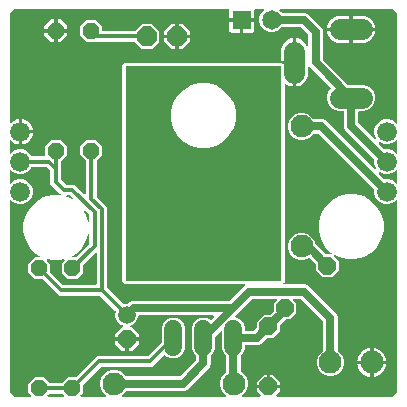
<source format=gtl>
G04 EAGLE Gerber RS-274X export*
G75*
%MOMM*%
%FSLAX34Y34*%
%LPD*%
%INTop Copper*%
%IPPOS*%
%AMOC8*
5,1,8,0,0,1.08239X$1,22.5*%
G01*
%ADD10P,1.623585X8X292.500000*%
%ADD11C,1.500000*%
%ADD12C,1.930400*%
%ADD13C,1.524000*%
%ADD14C,1.950000*%
%ADD15P,1.547818X8X112.500000*%
%ADD16P,1.547818X8X292.500000*%
%ADD17C,1.800000*%
%ADD18P,1.623585X8X247.500000*%
%ADD19R,1.650000X1.650000*%
%ADD20C,1.650000*%
%ADD21C,1.676400*%
%ADD22P,1.814519X8X22.500000*%
%ADD23C,0.914400*%
%ADD24C,0.635000*%
%ADD25C,0.304800*%

G36*
X222710Y10934D02*
X222710Y10934D01*
X222782Y10936D01*
X222831Y10954D01*
X222882Y10962D01*
X222946Y10996D01*
X223013Y11021D01*
X223054Y11053D01*
X223100Y11078D01*
X223149Y11130D01*
X223205Y11174D01*
X223233Y11218D01*
X223269Y11256D01*
X223299Y11321D01*
X223338Y11381D01*
X223351Y11432D01*
X223373Y11479D01*
X223381Y11550D01*
X223398Y11620D01*
X223394Y11672D01*
X223400Y11723D01*
X223385Y11794D01*
X223379Y11865D01*
X223359Y11913D01*
X223348Y11964D01*
X223311Y12025D01*
X223283Y12091D01*
X223238Y12147D01*
X223222Y12175D01*
X223204Y12190D01*
X223178Y12222D01*
X219959Y15441D01*
X219959Y18077D01*
X229238Y18077D01*
X229258Y18080D01*
X229277Y18078D01*
X229379Y18100D01*
X229481Y18117D01*
X229498Y18126D01*
X229518Y18130D01*
X229607Y18183D01*
X229698Y18232D01*
X229712Y18246D01*
X229729Y18256D01*
X229796Y18335D01*
X229867Y18410D01*
X229876Y18428D01*
X229889Y18443D01*
X229927Y18539D01*
X229971Y18633D01*
X229973Y18653D01*
X229981Y18671D01*
X229999Y18838D01*
X229999Y19601D01*
X230001Y19601D01*
X230001Y18838D01*
X230004Y18818D01*
X230002Y18799D01*
X230024Y18697D01*
X230041Y18595D01*
X230050Y18578D01*
X230054Y18558D01*
X230107Y18469D01*
X230156Y18378D01*
X230170Y18364D01*
X230180Y18347D01*
X230259Y18280D01*
X230334Y18209D01*
X230352Y18200D01*
X230367Y18187D01*
X230463Y18148D01*
X230557Y18105D01*
X230577Y18103D01*
X230595Y18095D01*
X230762Y18077D01*
X240041Y18077D01*
X240041Y15441D01*
X236822Y12222D01*
X236780Y12164D01*
X236731Y12112D01*
X236709Y12065D01*
X236678Y12023D01*
X236657Y11954D01*
X236627Y11889D01*
X236621Y11837D01*
X236606Y11787D01*
X236608Y11716D01*
X236600Y11645D01*
X236611Y11594D01*
X236612Y11542D01*
X236637Y11474D01*
X236652Y11404D01*
X236679Y11359D01*
X236697Y11311D01*
X236742Y11255D01*
X236778Y11193D01*
X236818Y11159D01*
X236851Y11119D01*
X236911Y11080D01*
X236965Y11033D01*
X237014Y11014D01*
X237058Y10986D01*
X237127Y10968D01*
X237194Y10941D01*
X237265Y10933D01*
X237296Y10925D01*
X237319Y10927D01*
X237360Y10923D01*
X335160Y10923D01*
X335250Y10937D01*
X335341Y10945D01*
X335371Y10957D01*
X335403Y10962D01*
X335484Y11005D01*
X335568Y11041D01*
X335600Y11067D01*
X335620Y11078D01*
X335643Y11101D01*
X335699Y11146D01*
X338854Y14301D01*
X338907Y14375D01*
X338967Y14445D01*
X338979Y14475D01*
X338998Y14501D01*
X339025Y14588D01*
X339059Y14673D01*
X339063Y14714D01*
X339070Y14736D01*
X339069Y14768D01*
X339077Y14840D01*
X339077Y177111D01*
X339066Y177182D01*
X339064Y177253D01*
X339046Y177302D01*
X339038Y177354D01*
X339004Y177417D01*
X338979Y177484D01*
X338947Y177525D01*
X338922Y177571D01*
X338870Y177620D01*
X338826Y177676D01*
X338782Y177704D01*
X338744Y177740D01*
X338679Y177770D01*
X338619Y177809D01*
X338568Y177822D01*
X338521Y177844D01*
X338450Y177852D01*
X338380Y177869D01*
X338328Y177865D01*
X338277Y177871D01*
X338206Y177856D01*
X338135Y177850D01*
X338087Y177830D01*
X338036Y177819D01*
X337975Y177782D01*
X337909Y177754D01*
X337853Y177709D01*
X337825Y177693D01*
X337810Y177675D01*
X337778Y177649D01*
X335900Y175771D01*
X332072Y174185D01*
X327928Y174185D01*
X324100Y175771D01*
X321171Y178700D01*
X319585Y182528D01*
X319585Y185898D01*
X319571Y185988D01*
X319563Y186079D01*
X319551Y186109D01*
X319546Y186140D01*
X319503Y186221D01*
X319467Y186305D01*
X319441Y186337D01*
X319430Y186358D01*
X319407Y186380D01*
X319362Y186436D01*
X272445Y233353D01*
X272371Y233406D01*
X272302Y233466D01*
X272271Y233478D01*
X272245Y233497D01*
X272158Y233524D01*
X272073Y233558D01*
X272033Y233562D01*
X272010Y233569D01*
X271978Y233568D01*
X271907Y233576D01*
X268578Y233576D01*
X268464Y233558D01*
X268347Y233540D01*
X268342Y233538D01*
X268335Y233537D01*
X268233Y233482D01*
X268128Y233429D01*
X268124Y233424D01*
X268118Y233421D01*
X268038Y233337D01*
X267956Y233253D01*
X267952Y233247D01*
X267949Y233243D01*
X267941Y233226D01*
X267928Y233204D01*
X264619Y229894D01*
X260324Y228115D01*
X255676Y228115D01*
X251381Y229894D01*
X248094Y233181D01*
X246315Y237476D01*
X246315Y242124D01*
X248094Y246419D01*
X251381Y249706D01*
X255676Y251485D01*
X260324Y251485D01*
X264619Y249706D01*
X267945Y246379D01*
X267996Y246294D01*
X268001Y246290D01*
X268005Y246285D01*
X268094Y246210D01*
X268183Y246134D01*
X268189Y246132D01*
X268194Y246128D01*
X268303Y246086D01*
X268411Y246042D01*
X268419Y246041D01*
X268424Y246040D01*
X268442Y246039D01*
X268578Y246024D01*
X276038Y246024D01*
X278325Y245076D01*
X280183Y243218D01*
X319787Y203615D01*
X319866Y203558D01*
X319941Y203496D01*
X319965Y203487D01*
X319986Y203471D01*
X320080Y203443D01*
X320170Y203408D01*
X320197Y203407D01*
X320222Y203399D01*
X320319Y203402D01*
X320416Y203397D01*
X320441Y203405D01*
X320467Y203405D01*
X320559Y203439D01*
X320652Y203466D01*
X320674Y203481D01*
X320698Y203490D01*
X320775Y203551D01*
X320854Y203606D01*
X320870Y203627D01*
X320890Y203644D01*
X320943Y203725D01*
X321001Y203804D01*
X321009Y203828D01*
X321023Y203850D01*
X321047Y203945D01*
X321077Y204037D01*
X321077Y204064D01*
X321084Y204089D01*
X321076Y204186D01*
X321075Y204283D01*
X321066Y204315D01*
X321064Y204334D01*
X321052Y204364D01*
X321028Y204445D01*
X319585Y207928D01*
X319585Y211298D01*
X319571Y211388D01*
X319563Y211479D01*
X319551Y211509D01*
X319546Y211540D01*
X319503Y211621D01*
X319467Y211705D01*
X319441Y211737D01*
X319430Y211758D01*
X319407Y211780D01*
X319362Y211836D01*
X294724Y236475D01*
X293776Y238762D01*
X293776Y252206D01*
X293773Y252226D01*
X293775Y252245D01*
X293753Y252347D01*
X293737Y252449D01*
X293727Y252466D01*
X293723Y252486D01*
X293670Y252575D01*
X293621Y252666D01*
X293607Y252680D01*
X293597Y252697D01*
X293518Y252764D01*
X293443Y252836D01*
X293425Y252844D01*
X293410Y252857D01*
X293314Y252896D01*
X293220Y252939D01*
X293200Y252941D01*
X293182Y252949D01*
X293015Y252967D01*
X288805Y252967D01*
X284750Y254647D01*
X281647Y257750D01*
X279967Y261805D01*
X279967Y266195D01*
X281647Y270250D01*
X282760Y271362D01*
X282771Y271378D01*
X282787Y271391D01*
X282843Y271478D01*
X282903Y271562D01*
X282909Y271581D01*
X282920Y271598D01*
X282945Y271698D01*
X282975Y271797D01*
X282975Y271817D01*
X282980Y271836D01*
X282972Y271939D01*
X282969Y272043D01*
X282962Y272062D01*
X282961Y272081D01*
X282920Y272176D01*
X282885Y272274D01*
X282872Y272290D01*
X282864Y272308D01*
X282760Y272439D01*
X266582Y288617D01*
X264840Y290358D01*
X264782Y290400D01*
X264730Y290449D01*
X264683Y290471D01*
X264641Y290502D01*
X264572Y290523D01*
X264507Y290553D01*
X264455Y290559D01*
X264405Y290574D01*
X264334Y290572D01*
X264263Y290580D01*
X264212Y290569D01*
X264160Y290568D01*
X264092Y290543D01*
X264022Y290528D01*
X263977Y290501D01*
X263929Y290483D01*
X263873Y290438D01*
X263811Y290402D01*
X263777Y290362D01*
X263737Y290329D01*
X263698Y290269D01*
X263651Y290215D01*
X263632Y290166D01*
X263604Y290123D01*
X263586Y290053D01*
X263559Y289987D01*
X263551Y289915D01*
X263543Y289884D01*
X263545Y289861D01*
X263541Y289820D01*
X263541Y284092D01*
X263257Y282298D01*
X262695Y280570D01*
X261871Y278951D01*
X260803Y277482D01*
X259518Y276197D01*
X258049Y275129D01*
X256430Y274305D01*
X254702Y273743D01*
X253523Y273557D01*
X253523Y293238D01*
X253520Y293258D01*
X253522Y293277D01*
X253500Y293379D01*
X253483Y293481D01*
X253474Y293498D01*
X253470Y293518D01*
X253417Y293607D01*
X253368Y293698D01*
X253354Y293712D01*
X253344Y293729D01*
X253265Y293796D01*
X253190Y293867D01*
X253172Y293876D01*
X253157Y293889D01*
X253061Y293927D01*
X252967Y293971D01*
X252947Y293973D01*
X252929Y293981D01*
X252762Y293999D01*
X251999Y293999D01*
X251999Y294001D01*
X252762Y294001D01*
X252782Y294004D01*
X252801Y294002D01*
X252903Y294024D01*
X253005Y294041D01*
X253022Y294050D01*
X253042Y294054D01*
X253131Y294107D01*
X253222Y294156D01*
X253236Y294170D01*
X253253Y294180D01*
X253320Y294259D01*
X253391Y294334D01*
X253400Y294352D01*
X253413Y294367D01*
X253452Y294463D01*
X253495Y294557D01*
X253497Y294577D01*
X253505Y294595D01*
X253523Y294762D01*
X253523Y314443D01*
X254702Y314257D01*
X256430Y313695D01*
X258049Y312871D01*
X259518Y311803D01*
X260803Y310518D01*
X261871Y309049D01*
X262337Y308134D01*
X262377Y308079D01*
X262409Y308019D01*
X262449Y307981D01*
X262482Y307935D01*
X262538Y307896D01*
X262587Y307850D01*
X262638Y307826D01*
X262684Y307794D01*
X262748Y307775D01*
X262810Y307746D01*
X262866Y307740D01*
X262919Y307724D01*
X262987Y307726D01*
X263054Y307719D01*
X263109Y307731D01*
X263165Y307733D01*
X263229Y307757D01*
X263295Y307771D01*
X263343Y307800D01*
X263395Y307820D01*
X263448Y307863D01*
X263506Y307897D01*
X263542Y307940D01*
X263586Y307975D01*
X263622Y308033D01*
X263666Y308084D01*
X263687Y308136D01*
X263717Y308184D01*
X263732Y308250D01*
X263758Y308313D01*
X263766Y308391D01*
X263774Y308423D01*
X263772Y308444D01*
X263776Y308479D01*
X263776Y317107D01*
X263762Y317197D01*
X263754Y317288D01*
X263742Y317318D01*
X263737Y317349D01*
X263694Y317430D01*
X263658Y317514D01*
X263632Y317546D01*
X263621Y317567D01*
X263598Y317589D01*
X263553Y317645D01*
X257645Y323553D01*
X257571Y323606D01*
X257502Y323666D01*
X257471Y323678D01*
X257445Y323697D01*
X257358Y323724D01*
X257273Y323758D01*
X257233Y323762D01*
X257210Y323769D01*
X257178Y323768D01*
X257107Y323776D01*
X241334Y323776D01*
X241243Y323762D01*
X241153Y323754D01*
X241123Y323742D01*
X241091Y323737D01*
X241010Y323694D01*
X240926Y323658D01*
X240894Y323632D01*
X240873Y323621D01*
X240851Y323598D01*
X240795Y323553D01*
X238525Y321283D01*
X234745Y319717D01*
X230655Y319717D01*
X226875Y321283D01*
X223983Y324175D01*
X222417Y327955D01*
X222417Y332045D01*
X223983Y335825D01*
X225936Y337778D01*
X225978Y337836D01*
X226027Y337888D01*
X226049Y337935D01*
X226079Y337977D01*
X226100Y338046D01*
X226131Y338111D01*
X226136Y338163D01*
X226152Y338213D01*
X226150Y338284D01*
X226158Y338355D01*
X226147Y338406D01*
X226145Y338458D01*
X226121Y338526D01*
X226105Y338596D01*
X226079Y338641D01*
X226061Y338689D01*
X226016Y338745D01*
X225979Y338807D01*
X225940Y338841D01*
X225907Y338881D01*
X225847Y338920D01*
X225792Y338967D01*
X225744Y338986D01*
X225700Y339014D01*
X225631Y339032D01*
X225564Y339059D01*
X225493Y339067D01*
X225462Y339075D01*
X225438Y339073D01*
X225397Y339077D01*
X218852Y339077D01*
X218832Y339074D01*
X218813Y339076D01*
X218711Y339054D01*
X218609Y339038D01*
X218592Y339028D01*
X218572Y339024D01*
X218483Y338971D01*
X218392Y338922D01*
X218378Y338908D01*
X218361Y338898D01*
X218294Y338819D01*
X218222Y338744D01*
X218214Y338726D01*
X218201Y338711D01*
X218162Y338615D01*
X218119Y338521D01*
X218117Y338501D01*
X218109Y338483D01*
X218091Y338316D01*
X218091Y331523D01*
X208062Y331523D01*
X208042Y331520D01*
X208023Y331522D01*
X207921Y331500D01*
X207819Y331483D01*
X207802Y331474D01*
X207782Y331470D01*
X207693Y331417D01*
X207602Y331368D01*
X207588Y331354D01*
X207571Y331344D01*
X207504Y331265D01*
X207433Y331190D01*
X207424Y331172D01*
X207411Y331157D01*
X207373Y331061D01*
X207329Y330967D01*
X207327Y330947D01*
X207319Y330929D01*
X207301Y330762D01*
X207301Y329999D01*
X207299Y329999D01*
X207299Y330762D01*
X207296Y330782D01*
X207298Y330801D01*
X207276Y330903D01*
X207259Y331005D01*
X207250Y331022D01*
X207246Y331042D01*
X207193Y331131D01*
X207144Y331222D01*
X207130Y331236D01*
X207120Y331253D01*
X207041Y331320D01*
X206966Y331391D01*
X206948Y331400D01*
X206933Y331413D01*
X206837Y331452D01*
X206743Y331495D01*
X206723Y331497D01*
X206705Y331505D01*
X206538Y331523D01*
X196509Y331523D01*
X196509Y338316D01*
X196506Y338336D01*
X196508Y338355D01*
X196486Y338457D01*
X196470Y338559D01*
X196460Y338576D01*
X196456Y338596D01*
X196403Y338685D01*
X196354Y338776D01*
X196340Y338790D01*
X196330Y338807D01*
X196251Y338874D01*
X196176Y338946D01*
X196158Y338954D01*
X196143Y338967D01*
X196047Y339006D01*
X195953Y339049D01*
X195933Y339051D01*
X195915Y339059D01*
X195748Y339077D01*
X14840Y339077D01*
X14750Y339063D01*
X14659Y339055D01*
X14629Y339043D01*
X14597Y339038D01*
X14516Y338995D01*
X14432Y338959D01*
X14400Y338933D01*
X14380Y338922D01*
X14357Y338899D01*
X14301Y338854D01*
X11146Y335699D01*
X11093Y335625D01*
X11033Y335555D01*
X11021Y335525D01*
X11002Y335499D01*
X10975Y335412D01*
X10941Y335327D01*
X10937Y335286D01*
X10930Y335264D01*
X10931Y335232D01*
X10923Y335160D01*
X10923Y243608D01*
X10934Y243537D01*
X10936Y243465D01*
X10954Y243416D01*
X10962Y243365D01*
X10996Y243302D01*
X11021Y243234D01*
X11053Y243194D01*
X11078Y243147D01*
X11130Y243098D01*
X11174Y243042D01*
X11218Y243014D01*
X11256Y242978D01*
X11321Y242948D01*
X11381Y242909D01*
X11432Y242896D01*
X11479Y242874D01*
X11550Y242867D01*
X11620Y242849D01*
X11672Y242853D01*
X11723Y242847D01*
X11794Y242863D01*
X11865Y242868D01*
X11913Y242889D01*
X11964Y242900D01*
X12025Y242936D01*
X12091Y242965D01*
X12147Y243009D01*
X12175Y243026D01*
X12190Y243044D01*
X12222Y243069D01*
X12884Y243731D01*
X14275Y244742D01*
X15807Y245522D01*
X17442Y246054D01*
X18477Y246218D01*
X18477Y236162D01*
X18480Y236142D01*
X18478Y236123D01*
X18500Y236021D01*
X18517Y235919D01*
X18526Y235902D01*
X18530Y235882D01*
X18583Y235793D01*
X18632Y235702D01*
X18646Y235688D01*
X18656Y235671D01*
X18735Y235604D01*
X18810Y235533D01*
X18828Y235524D01*
X18843Y235511D01*
X18939Y235473D01*
X19033Y235429D01*
X19053Y235427D01*
X19071Y235419D01*
X19238Y235401D01*
X20001Y235401D01*
X20001Y235399D01*
X19238Y235399D01*
X19218Y235396D01*
X19199Y235398D01*
X19097Y235376D01*
X18995Y235359D01*
X18978Y235350D01*
X18958Y235346D01*
X18869Y235293D01*
X18778Y235244D01*
X18764Y235230D01*
X18747Y235220D01*
X18680Y235141D01*
X18609Y235066D01*
X18600Y235048D01*
X18587Y235033D01*
X18548Y234937D01*
X18505Y234843D01*
X18503Y234823D01*
X18495Y234805D01*
X18477Y234638D01*
X18477Y224582D01*
X17442Y224746D01*
X15807Y225278D01*
X14275Y226058D01*
X12884Y227069D01*
X12222Y227731D01*
X12164Y227773D01*
X12112Y227822D01*
X12065Y227844D01*
X12023Y227874D01*
X11954Y227895D01*
X11889Y227926D01*
X11837Y227931D01*
X11787Y227947D01*
X11716Y227945D01*
X11645Y227953D01*
X11594Y227942D01*
X11542Y227940D01*
X11474Y227916D01*
X11404Y227900D01*
X11359Y227874D01*
X11311Y227856D01*
X11255Y227811D01*
X11193Y227774D01*
X11159Y227735D01*
X11119Y227702D01*
X11080Y227642D01*
X11033Y227587D01*
X11014Y227539D01*
X10986Y227495D01*
X10968Y227426D01*
X10941Y227359D01*
X10933Y227288D01*
X10925Y227257D01*
X10927Y227233D01*
X10923Y227192D01*
X10923Y217489D01*
X10934Y217418D01*
X10936Y217347D01*
X10954Y217298D01*
X10962Y217246D01*
X10996Y217183D01*
X11021Y217116D01*
X11053Y217075D01*
X11078Y217029D01*
X11130Y216980D01*
X11174Y216924D01*
X11218Y216896D01*
X11256Y216860D01*
X11321Y216830D01*
X11381Y216791D01*
X11432Y216778D01*
X11479Y216756D01*
X11550Y216748D01*
X11620Y216731D01*
X11672Y216735D01*
X11723Y216729D01*
X11794Y216744D01*
X11865Y216750D01*
X11913Y216770D01*
X11964Y216781D01*
X12025Y216818D01*
X12091Y216846D01*
X12147Y216891D01*
X12175Y216907D01*
X12190Y216925D01*
X12222Y216951D01*
X14100Y218829D01*
X17928Y220415D01*
X22072Y220415D01*
X25900Y218829D01*
X28829Y215900D01*
X29184Y215043D01*
X29246Y214943D01*
X29306Y214843D01*
X29310Y214839D01*
X29314Y214834D01*
X29404Y214759D01*
X29493Y214683D01*
X29498Y214681D01*
X29503Y214677D01*
X29612Y214635D01*
X29721Y214591D01*
X29728Y214590D01*
X29733Y214589D01*
X29751Y214588D01*
X29887Y214573D01*
X40056Y214573D01*
X40076Y214576D01*
X40095Y214574D01*
X40197Y214596D01*
X40299Y214612D01*
X40316Y214622D01*
X40336Y214626D01*
X40425Y214679D01*
X40516Y214728D01*
X40530Y214742D01*
X40547Y214752D01*
X40614Y214831D01*
X40686Y214906D01*
X40694Y214924D01*
X40707Y214939D01*
X40746Y215035D01*
X40789Y215129D01*
X40791Y215149D01*
X40799Y215167D01*
X40817Y215334D01*
X40817Y223004D01*
X46196Y228383D01*
X53804Y228383D01*
X59183Y223004D01*
X59183Y215396D01*
X54796Y211009D01*
X54743Y210935D01*
X54683Y210866D01*
X54671Y210836D01*
X54652Y210810D01*
X54625Y210723D01*
X54591Y210638D01*
X54587Y210597D01*
X54580Y210575D01*
X54581Y210542D01*
X54573Y210471D01*
X54573Y195209D01*
X54587Y195119D01*
X54595Y195028D01*
X54607Y194999D01*
X54612Y194967D01*
X54655Y194886D01*
X54691Y194802D01*
X54717Y194770D01*
X54728Y194749D01*
X54751Y194727D01*
X54796Y194671D01*
X58671Y190796D01*
X58745Y190743D01*
X58815Y190683D01*
X58845Y190671D01*
X58871Y190652D01*
X58958Y190625D01*
X59043Y190591D01*
X59084Y190587D01*
X59106Y190580D01*
X59138Y190581D01*
X59209Y190573D01*
X65894Y190573D01*
X68796Y187671D01*
X74128Y182339D01*
X74186Y182297D01*
X74238Y182248D01*
X74285Y182226D01*
X74327Y182196D01*
X74396Y182174D01*
X74461Y182144D01*
X74513Y182139D01*
X74563Y182123D01*
X74634Y182125D01*
X74705Y182117D01*
X74756Y182128D01*
X74808Y182130D01*
X74876Y182154D01*
X74946Y182169D01*
X74991Y182196D01*
X75039Y182214D01*
X75095Y182259D01*
X75157Y182296D01*
X75191Y182335D01*
X75231Y182368D01*
X75270Y182428D01*
X75317Y182482D01*
X75336Y182531D01*
X75364Y182575D01*
X75382Y182644D01*
X75409Y182711D01*
X75417Y182782D01*
X75425Y182813D01*
X75423Y182836D01*
X75427Y182877D01*
X75427Y210471D01*
X75413Y210561D01*
X75405Y210652D01*
X75393Y210682D01*
X75388Y210714D01*
X75345Y210795D01*
X75309Y210878D01*
X75283Y210911D01*
X75272Y210931D01*
X75249Y210953D01*
X75204Y211009D01*
X70817Y215396D01*
X70817Y223004D01*
X76196Y228383D01*
X83804Y228383D01*
X89183Y223004D01*
X89183Y215396D01*
X84796Y211009D01*
X84743Y210935D01*
X84683Y210866D01*
X84671Y210836D01*
X84652Y210810D01*
X84625Y210723D01*
X84591Y210638D01*
X84587Y210597D01*
X84580Y210575D01*
X84581Y210542D01*
X84573Y210471D01*
X84573Y180830D01*
X84587Y180740D01*
X84595Y180649D01*
X84607Y180620D01*
X84612Y180588D01*
X84655Y180507D01*
X84691Y180423D01*
X84717Y180391D01*
X84728Y180370D01*
X84751Y180348D01*
X84796Y180292D01*
X93669Y171419D01*
X93669Y103273D01*
X93683Y103183D01*
X93691Y103092D01*
X93703Y103063D01*
X93708Y103031D01*
X93751Y102950D01*
X93787Y102866D01*
X93813Y102834D01*
X93824Y102813D01*
X93847Y102791D01*
X93892Y102735D01*
X106917Y89710D01*
X107011Y89642D01*
X107106Y89572D01*
X107112Y89570D01*
X107117Y89566D01*
X107228Y89532D01*
X107340Y89496D01*
X107346Y89496D01*
X107352Y89494D01*
X107469Y89497D01*
X107586Y89498D01*
X107593Y89500D01*
X107598Y89500D01*
X107615Y89507D01*
X107747Y89545D01*
X108104Y89693D01*
X110416Y89693D01*
X110506Y89707D01*
X110597Y89715D01*
X110627Y89727D01*
X110659Y89732D01*
X110739Y89775D01*
X110823Y89811D01*
X110855Y89837D01*
X110876Y89848D01*
X110898Y89871D01*
X110954Y89916D01*
X112315Y91276D01*
X114602Y92224D01*
X197047Y92224D01*
X197137Y92238D01*
X197228Y92246D01*
X197257Y92258D01*
X197289Y92263D01*
X197370Y92306D01*
X197454Y92342D01*
X197486Y92368D01*
X197507Y92379D01*
X197529Y92402D01*
X197585Y92447D01*
X210028Y104890D01*
X210070Y104948D01*
X210119Y105000D01*
X210141Y105047D01*
X210171Y105089D01*
X210193Y105158D01*
X210223Y105223D01*
X210229Y105275D01*
X210244Y105325D01*
X210242Y105396D01*
X210250Y105467D01*
X210239Y105518D01*
X210237Y105570D01*
X210213Y105638D01*
X210198Y105708D01*
X210171Y105753D01*
X210153Y105801D01*
X210108Y105857D01*
X210071Y105919D01*
X210032Y105953D01*
X209999Y105993D01*
X209939Y106032D01*
X209885Y106079D01*
X209836Y106098D01*
X209792Y106126D01*
X209723Y106144D01*
X209656Y106171D01*
X209585Y106179D01*
X209554Y106187D01*
X209531Y106185D01*
X209490Y106189D01*
X108422Y106189D01*
X106189Y108422D01*
X106189Y291578D01*
X108422Y293811D01*
X241578Y293811D01*
X242689Y292700D01*
X242763Y292647D01*
X242833Y292587D01*
X242863Y292575D01*
X242889Y292556D01*
X242976Y292529D01*
X243061Y292495D01*
X243102Y292491D01*
X243124Y292484D01*
X243156Y292485D01*
X243228Y292477D01*
X250477Y292477D01*
X250477Y273557D01*
X249298Y273743D01*
X247570Y274305D01*
X245951Y275129D01*
X245019Y275807D01*
X245009Y275812D01*
X245000Y275820D01*
X244899Y275867D01*
X244800Y275917D01*
X244788Y275919D01*
X244777Y275924D01*
X244666Y275936D01*
X244556Y275952D01*
X244544Y275950D01*
X244533Y275951D01*
X244424Y275927D01*
X244314Y275907D01*
X244304Y275901D01*
X244292Y275899D01*
X244196Y275841D01*
X244099Y275787D01*
X244091Y275779D01*
X244081Y275772D01*
X244009Y275688D01*
X243934Y275606D01*
X243929Y275595D01*
X243921Y275586D01*
X243879Y275482D01*
X243835Y275380D01*
X243834Y275369D01*
X243829Y275357D01*
X243811Y275191D01*
X243811Y108422D01*
X242912Y107523D01*
X242871Y107465D01*
X242821Y107413D01*
X242799Y107366D01*
X242769Y107324D01*
X242748Y107255D01*
X242718Y107190D01*
X242712Y107138D01*
X242697Y107088D01*
X242698Y107017D01*
X242691Y106946D01*
X242702Y106895D01*
X242703Y106843D01*
X242728Y106775D01*
X242743Y106705D01*
X242769Y106660D01*
X242787Y106612D01*
X242832Y106556D01*
X242869Y106494D01*
X242909Y106460D01*
X242941Y106420D01*
X243001Y106381D01*
X243056Y106334D01*
X243104Y106315D01*
X243148Y106287D01*
X243217Y106269D01*
X243284Y106242D01*
X243355Y106234D01*
X243386Y106226D01*
X243410Y106228D01*
X243451Y106224D01*
X261238Y106224D01*
X263525Y105276D01*
X287776Y81025D01*
X288724Y78738D01*
X288724Y50684D01*
X288743Y50569D01*
X288760Y50453D01*
X288762Y50448D01*
X288763Y50441D01*
X288818Y50338D01*
X288871Y50234D01*
X288876Y50230D01*
X288879Y50224D01*
X288964Y50143D01*
X289047Y50062D01*
X289053Y50058D01*
X289057Y50055D01*
X289074Y50047D01*
X289169Y49995D01*
X292489Y46674D01*
X294283Y42344D01*
X294283Y37656D01*
X292489Y33326D01*
X289174Y30011D01*
X284844Y28217D01*
X280156Y28217D01*
X275826Y30011D01*
X272511Y33326D01*
X270717Y37656D01*
X270717Y42344D01*
X272511Y46674D01*
X275836Y49999D01*
X275905Y50042D01*
X276006Y50102D01*
X276010Y50107D01*
X276015Y50111D01*
X276090Y50200D01*
X276166Y50289D01*
X276168Y50295D01*
X276172Y50300D01*
X276214Y50409D01*
X276258Y50518D01*
X276259Y50525D01*
X276260Y50530D01*
X276261Y50548D01*
X276276Y50684D01*
X276276Y74607D01*
X276262Y74697D01*
X276254Y74788D01*
X276242Y74818D01*
X276237Y74849D01*
X276194Y74930D01*
X276158Y75014D01*
X276132Y75046D01*
X276121Y75067D01*
X276098Y75089D01*
X276053Y75145D01*
X257645Y93553D01*
X257571Y93606D01*
X257502Y93666D01*
X257471Y93678D01*
X257445Y93697D01*
X257358Y93724D01*
X257273Y93758D01*
X257233Y93762D01*
X257210Y93769D01*
X257178Y93768D01*
X257107Y93776D01*
X251622Y93776D01*
X251551Y93765D01*
X251479Y93763D01*
X251430Y93745D01*
X251379Y93737D01*
X251316Y93703D01*
X251248Y93678D01*
X251208Y93646D01*
X251162Y93621D01*
X251112Y93569D01*
X251056Y93525D01*
X251028Y93481D01*
X250992Y93443D01*
X250962Y93378D01*
X250923Y93318D01*
X250911Y93267D01*
X250889Y93220D01*
X250881Y93149D01*
X250863Y93079D01*
X250867Y93027D01*
X250862Y92976D01*
X250877Y92905D01*
X250882Y92834D01*
X250903Y92786D01*
X250914Y92735D01*
X250951Y92674D01*
X250979Y92608D01*
X251023Y92552D01*
X251040Y92524D01*
X251058Y92509D01*
X251083Y92477D01*
X253572Y89988D01*
X253572Y82091D01*
X247988Y76507D01*
X245224Y76507D01*
X245134Y76492D01*
X245043Y76485D01*
X245013Y76472D01*
X244981Y76467D01*
X244900Y76424D01*
X244816Y76389D01*
X244784Y76363D01*
X244764Y76352D01*
X244741Y76329D01*
X244685Y76284D01*
X239756Y71354D01*
X239703Y71280D01*
X239643Y71211D01*
X239631Y71180D01*
X239612Y71154D01*
X239585Y71067D01*
X239551Y70982D01*
X239547Y70942D01*
X239540Y70919D01*
X239541Y70887D01*
X239533Y70816D01*
X239533Y66451D01*
X233949Y60867D01*
X229584Y60867D01*
X229494Y60853D01*
X229403Y60845D01*
X229373Y60833D01*
X229342Y60828D01*
X229261Y60785D01*
X229177Y60749D01*
X229145Y60723D01*
X229124Y60712D01*
X229102Y60689D01*
X229046Y60644D01*
X223825Y55424D01*
X221538Y54476D01*
X210814Y54476D01*
X210794Y54473D01*
X210775Y54475D01*
X210673Y54453D01*
X210571Y54437D01*
X210554Y54427D01*
X210534Y54423D01*
X210445Y54370D01*
X210354Y54321D01*
X210340Y54307D01*
X210323Y54297D01*
X210256Y54218D01*
X210184Y54143D01*
X210176Y54125D01*
X210163Y54110D01*
X210124Y54014D01*
X210081Y53920D01*
X210079Y53900D01*
X210071Y53882D01*
X210053Y53715D01*
X210053Y51160D01*
X208583Y47612D01*
X206847Y45876D01*
X206794Y45802D01*
X206734Y45732D01*
X206722Y45702D01*
X206703Y45676D01*
X206676Y45589D01*
X206642Y45504D01*
X206638Y45463D01*
X206631Y45441D01*
X206632Y45409D01*
X206624Y45337D01*
X206624Y32744D01*
X206642Y32629D01*
X206660Y32513D01*
X206662Y32507D01*
X206663Y32501D01*
X206718Y32398D01*
X206771Y32294D01*
X206776Y32289D01*
X206779Y32284D01*
X206863Y32203D01*
X206947Y32121D01*
X206953Y32118D01*
X206957Y32114D01*
X206974Y32106D01*
X207094Y32041D01*
X207419Y31906D01*
X210706Y28619D01*
X212485Y24324D01*
X212485Y19676D01*
X210706Y15381D01*
X207547Y12222D01*
X207505Y12164D01*
X207456Y12112D01*
X207434Y12065D01*
X207403Y12023D01*
X207382Y11954D01*
X207352Y11889D01*
X207346Y11837D01*
X207331Y11787D01*
X207333Y11716D01*
X207325Y11645D01*
X207336Y11594D01*
X207337Y11542D01*
X207362Y11474D01*
X207377Y11404D01*
X207404Y11359D01*
X207422Y11311D01*
X207467Y11255D01*
X207503Y11193D01*
X207543Y11159D01*
X207576Y11119D01*
X207636Y11080D01*
X207690Y11033D01*
X207739Y11014D01*
X207782Y10986D01*
X207852Y10968D01*
X207919Y10941D01*
X207990Y10933D01*
X208021Y10925D01*
X208044Y10927D01*
X208085Y10923D01*
X222640Y10923D01*
X222710Y10934D01*
G37*
G36*
X240020Y109242D02*
X240020Y109242D01*
X240039Y109240D01*
X240141Y109262D01*
X240243Y109279D01*
X240260Y109288D01*
X240280Y109292D01*
X240369Y109345D01*
X240460Y109394D01*
X240474Y109408D01*
X240491Y109418D01*
X240558Y109497D01*
X240630Y109572D01*
X240638Y109590D01*
X240651Y109605D01*
X240690Y109701D01*
X240733Y109795D01*
X240735Y109815D01*
X240743Y109833D01*
X240761Y110000D01*
X240761Y290000D01*
X240758Y290020D01*
X240760Y290039D01*
X240738Y290141D01*
X240722Y290243D01*
X240712Y290260D01*
X240708Y290280D01*
X240655Y290369D01*
X240606Y290460D01*
X240592Y290474D01*
X240582Y290491D01*
X240503Y290558D01*
X240428Y290630D01*
X240410Y290638D01*
X240395Y290651D01*
X240299Y290690D01*
X240205Y290733D01*
X240185Y290735D01*
X240167Y290743D01*
X240000Y290761D01*
X110000Y290761D01*
X109980Y290758D01*
X109961Y290760D01*
X109859Y290738D01*
X109757Y290722D01*
X109740Y290712D01*
X109720Y290708D01*
X109631Y290655D01*
X109540Y290606D01*
X109526Y290592D01*
X109509Y290582D01*
X109442Y290503D01*
X109371Y290428D01*
X109362Y290410D01*
X109349Y290395D01*
X109310Y290299D01*
X109267Y290205D01*
X109265Y290185D01*
X109257Y290167D01*
X109239Y290000D01*
X109239Y110000D01*
X109242Y109980D01*
X109240Y109961D01*
X109262Y109859D01*
X109279Y109757D01*
X109288Y109740D01*
X109292Y109720D01*
X109345Y109631D01*
X109394Y109540D01*
X109408Y109526D01*
X109418Y109509D01*
X109497Y109442D01*
X109572Y109371D01*
X109590Y109362D01*
X109605Y109349D01*
X109701Y109310D01*
X109795Y109267D01*
X109815Y109265D01*
X109833Y109257D01*
X110000Y109239D01*
X240000Y109239D01*
X240020Y109242D01*
G37*
G36*
X28524Y10934D02*
X28524Y10934D01*
X28596Y10936D01*
X28645Y10954D01*
X28696Y10962D01*
X28759Y10996D01*
X28827Y11021D01*
X28867Y11053D01*
X28913Y11078D01*
X28963Y11130D01*
X29019Y11174D01*
X29047Y11218D01*
X29083Y11256D01*
X29113Y11321D01*
X29152Y11381D01*
X29164Y11432D01*
X29186Y11479D01*
X29194Y11550D01*
X29212Y11620D01*
X29208Y11672D01*
X29213Y11723D01*
X29198Y11794D01*
X29193Y11865D01*
X29172Y11913D01*
X29161Y11964D01*
X29124Y12025D01*
X29096Y12091D01*
X29051Y12147D01*
X29035Y12175D01*
X29017Y12190D01*
X28991Y12222D01*
X26817Y14396D01*
X26817Y22004D01*
X32196Y27383D01*
X39804Y27383D01*
X44191Y22996D01*
X44265Y22943D01*
X44334Y22883D01*
X44364Y22871D01*
X44390Y22852D01*
X44477Y22825D01*
X44562Y22791D01*
X44603Y22787D01*
X44625Y22780D01*
X44658Y22781D01*
X44729Y22773D01*
X55271Y22773D01*
X55361Y22787D01*
X55452Y22795D01*
X55482Y22807D01*
X55514Y22812D01*
X55595Y22855D01*
X55678Y22891D01*
X55711Y22917D01*
X55731Y22928D01*
X55753Y22951D01*
X55809Y22996D01*
X60196Y27383D01*
X66401Y27383D01*
X66491Y27397D01*
X66582Y27405D01*
X66611Y27417D01*
X66643Y27422D01*
X66724Y27465D01*
X66808Y27501D01*
X66840Y27527D01*
X66861Y27538D01*
X66883Y27561D01*
X66939Y27606D01*
X84906Y45573D01*
X127691Y45573D01*
X127781Y45587D01*
X127872Y45595D01*
X127901Y45607D01*
X127933Y45612D01*
X128014Y45655D01*
X128098Y45691D01*
X128130Y45717D01*
X128151Y45728D01*
X128173Y45751D01*
X128229Y45796D01*
X139724Y57291D01*
X139777Y57365D01*
X139837Y57435D01*
X139849Y57465D01*
X139868Y57491D01*
X139895Y57578D01*
X139929Y57663D01*
X139933Y57704D01*
X139940Y57726D01*
X139939Y57758D01*
X139947Y57829D01*
X139947Y70240D01*
X141417Y73788D01*
X144132Y76503D01*
X147680Y77973D01*
X151520Y77973D01*
X155068Y76503D01*
X157783Y73788D01*
X159253Y70240D01*
X159253Y51160D01*
X157783Y47612D01*
X155068Y44897D01*
X151520Y43427D01*
X147680Y43427D01*
X144132Y44897D01*
X142736Y46293D01*
X142720Y46304D01*
X142708Y46320D01*
X142620Y46376D01*
X142536Y46436D01*
X142517Y46442D01*
X142501Y46453D01*
X142400Y46478D01*
X142301Y46509D01*
X142281Y46508D01*
X142262Y46513D01*
X142159Y46505D01*
X142056Y46502D01*
X142037Y46495D01*
X142017Y46494D01*
X141922Y46454D01*
X141824Y46418D01*
X141809Y46405D01*
X141791Y46398D01*
X141660Y46293D01*
X131794Y36427D01*
X89009Y36427D01*
X88919Y36413D01*
X88828Y36405D01*
X88799Y36393D01*
X88767Y36388D01*
X88686Y36345D01*
X88602Y36309D01*
X88570Y36283D01*
X88549Y36272D01*
X88527Y36249D01*
X88471Y36204D01*
X73406Y21139D01*
X73353Y21065D01*
X73293Y20995D01*
X73281Y20965D01*
X73262Y20939D01*
X73235Y20852D01*
X73201Y20767D01*
X73197Y20726D01*
X73190Y20704D01*
X73191Y20672D01*
X73183Y20601D01*
X73183Y14396D01*
X71009Y12222D01*
X70967Y12164D01*
X70917Y12112D01*
X70895Y12065D01*
X70865Y12023D01*
X70844Y11954D01*
X70814Y11889D01*
X70808Y11837D01*
X70793Y11787D01*
X70795Y11716D01*
X70787Y11645D01*
X70798Y11594D01*
X70799Y11542D01*
X70824Y11474D01*
X70839Y11404D01*
X70866Y11359D01*
X70883Y11311D01*
X70928Y11255D01*
X70965Y11193D01*
X71005Y11159D01*
X71037Y11119D01*
X71097Y11080D01*
X71152Y11033D01*
X71200Y11014D01*
X71244Y10986D01*
X71314Y10968D01*
X71380Y10941D01*
X71451Y10933D01*
X71483Y10925D01*
X71506Y10927D01*
X71547Y10923D01*
X91915Y10923D01*
X91985Y10934D01*
X92057Y10936D01*
X92106Y10954D01*
X92158Y10962D01*
X92221Y10996D01*
X92288Y11021D01*
X92329Y11053D01*
X92375Y11078D01*
X92424Y11130D01*
X92480Y11174D01*
X92508Y11218D01*
X92544Y11256D01*
X92574Y11321D01*
X92613Y11381D01*
X92626Y11432D01*
X92648Y11479D01*
X92656Y11550D01*
X92673Y11620D01*
X92669Y11672D01*
X92675Y11723D01*
X92660Y11794D01*
X92654Y11865D01*
X92634Y11913D01*
X92623Y11964D01*
X92586Y12025D01*
X92558Y12091D01*
X92513Y12147D01*
X92497Y12175D01*
X92479Y12190D01*
X92453Y12222D01*
X89294Y15381D01*
X87515Y19676D01*
X87515Y24324D01*
X89294Y28619D01*
X92581Y31906D01*
X96876Y33685D01*
X101524Y33685D01*
X105819Y31906D01*
X109145Y28579D01*
X109196Y28494D01*
X109201Y28490D01*
X109204Y28485D01*
X109294Y28410D01*
X109383Y28334D01*
X109389Y28332D01*
X109394Y28328D01*
X109502Y28286D01*
X109611Y28242D01*
X109619Y28241D01*
X109623Y28240D01*
X109642Y28239D01*
X109778Y28224D01*
X154373Y28224D01*
X154463Y28238D01*
X154554Y28246D01*
X154584Y28258D01*
X154616Y28263D01*
X154697Y28306D01*
X154780Y28342D01*
X154813Y28368D01*
X154833Y28379D01*
X154855Y28402D01*
X154911Y28447D01*
X168553Y42089D01*
X168606Y42162D01*
X168666Y42232D01*
X168678Y42262D01*
X168697Y42288D01*
X168724Y42375D01*
X168758Y42460D01*
X168762Y42501D01*
X168769Y42523D01*
X168768Y42556D01*
X168776Y42627D01*
X168776Y45337D01*
X168762Y45427D01*
X168754Y45518D01*
X168742Y45548D01*
X168737Y45580D01*
X168694Y45661D01*
X168658Y45745D01*
X168632Y45777D01*
X168621Y45798D01*
X168598Y45820D01*
X168553Y45876D01*
X166817Y47612D01*
X165347Y51160D01*
X165347Y70240D01*
X166817Y73788D01*
X169532Y76503D01*
X173080Y77973D01*
X176920Y77973D01*
X180468Y76503D01*
X180696Y76275D01*
X180713Y76263D01*
X180725Y76247D01*
X180812Y76191D01*
X180896Y76131D01*
X180915Y76125D01*
X180932Y76114D01*
X181032Y76089D01*
X181131Y76059D01*
X181151Y76059D01*
X181170Y76054D01*
X181273Y76062D01*
X181377Y76065D01*
X181396Y76072D01*
X181416Y76073D01*
X181511Y76114D01*
X181608Y76150D01*
X181624Y76162D01*
X181642Y76170D01*
X181773Y76275D01*
X181935Y76437D01*
X181973Y76490D01*
X182019Y76537D01*
X182059Y76610D01*
X182079Y76636D01*
X182084Y76655D01*
X182100Y76684D01*
X182297Y77159D01*
X183615Y78477D01*
X183657Y78535D01*
X183706Y78587D01*
X183728Y78634D01*
X183758Y78676D01*
X183780Y78745D01*
X183810Y78810D01*
X183816Y78862D01*
X183831Y78912D01*
X183829Y78983D01*
X183837Y79054D01*
X183826Y79105D01*
X183824Y79157D01*
X183800Y79225D01*
X183785Y79295D01*
X183758Y79340D01*
X183740Y79388D01*
X183695Y79444D01*
X183658Y79506D01*
X183619Y79540D01*
X183586Y79580D01*
X183526Y79619D01*
X183472Y79666D01*
X183423Y79685D01*
X183379Y79713D01*
X183310Y79731D01*
X183243Y79758D01*
X183172Y79766D01*
X183141Y79774D01*
X183118Y79772D01*
X183077Y79776D01*
X120294Y79776D01*
X120274Y79773D01*
X120255Y79775D01*
X120153Y79753D01*
X120051Y79737D01*
X120034Y79727D01*
X120014Y79723D01*
X119925Y79670D01*
X119834Y79621D01*
X119820Y79607D01*
X119803Y79597D01*
X119736Y79518D01*
X119664Y79443D01*
X119656Y79425D01*
X119643Y79410D01*
X119604Y79314D01*
X119561Y79220D01*
X119559Y79200D01*
X119551Y79182D01*
X119533Y79015D01*
X119533Y78264D01*
X118081Y74760D01*
X115400Y72079D01*
X113630Y71345D01*
X113547Y71294D01*
X113461Y71248D01*
X113443Y71230D01*
X113421Y71216D01*
X113358Y71140D01*
X113291Y71070D01*
X113280Y71046D01*
X113264Y71026D01*
X113229Y70935D01*
X113188Y70847D01*
X113185Y70821D01*
X113176Y70797D01*
X113171Y70699D01*
X113161Y70603D01*
X113166Y70577D01*
X113165Y70551D01*
X113192Y70457D01*
X113213Y70362D01*
X113226Y70340D01*
X113234Y70315D01*
X113289Y70235D01*
X113339Y70151D01*
X113359Y70134D01*
X113374Y70113D01*
X113452Y70054D01*
X113526Y69991D01*
X113550Y69981D01*
X113571Y69966D01*
X113664Y69936D01*
X113754Y69899D01*
X113787Y69896D01*
X113805Y69890D01*
X113838Y69890D01*
X113921Y69881D01*
X114159Y69881D01*
X120041Y63999D01*
X120041Y61363D01*
X110762Y61363D01*
X110742Y61360D01*
X110723Y61362D01*
X110621Y61340D01*
X110519Y61323D01*
X110502Y61314D01*
X110482Y61310D01*
X110393Y61257D01*
X110302Y61208D01*
X110288Y61194D01*
X110271Y61184D01*
X110204Y61105D01*
X110133Y61030D01*
X110124Y61012D01*
X110111Y60997D01*
X110073Y60901D01*
X110029Y60807D01*
X110027Y60787D01*
X110019Y60769D01*
X110001Y60602D01*
X110001Y59839D01*
X109999Y59839D01*
X109999Y60602D01*
X109996Y60622D01*
X109998Y60641D01*
X109976Y60743D01*
X109959Y60845D01*
X109950Y60862D01*
X109946Y60882D01*
X109893Y60971D01*
X109844Y61062D01*
X109830Y61076D01*
X109820Y61093D01*
X109741Y61160D01*
X109666Y61231D01*
X109648Y61240D01*
X109633Y61253D01*
X109537Y61292D01*
X109443Y61335D01*
X109423Y61337D01*
X109405Y61345D01*
X109238Y61363D01*
X99959Y61363D01*
X99959Y63999D01*
X105841Y69881D01*
X106079Y69881D01*
X106175Y69896D01*
X106272Y69906D01*
X106296Y69916D01*
X106322Y69920D01*
X106408Y69966D01*
X106497Y70006D01*
X106516Y70023D01*
X106539Y70036D01*
X106606Y70106D01*
X106678Y70172D01*
X106691Y70195D01*
X106709Y70214D01*
X106750Y70302D01*
X106797Y70388D01*
X106801Y70413D01*
X106812Y70437D01*
X106823Y70534D01*
X106840Y70630D01*
X106836Y70656D01*
X106839Y70681D01*
X106819Y70777D01*
X106804Y70873D01*
X106793Y70896D01*
X106787Y70922D01*
X106737Y71005D01*
X106693Y71092D01*
X106674Y71111D01*
X106661Y71133D01*
X106587Y71196D01*
X106517Y71264D01*
X106489Y71280D01*
X106474Y71293D01*
X106443Y71305D01*
X106370Y71345D01*
X104600Y72079D01*
X101919Y74760D01*
X100467Y78264D01*
X100467Y82056D01*
X100615Y82413D01*
X100642Y82527D01*
X100670Y82640D01*
X100670Y82647D01*
X100671Y82653D01*
X100660Y82769D01*
X100651Y82886D01*
X100649Y82891D01*
X100648Y82898D01*
X100600Y83005D01*
X100555Y83112D01*
X100550Y83118D01*
X100548Y83122D01*
X100536Y83136D01*
X100450Y83243D01*
X87425Y96268D01*
X87351Y96321D01*
X87281Y96381D01*
X87251Y96393D01*
X87225Y96412D01*
X87138Y96439D01*
X87053Y96473D01*
X87012Y96477D01*
X86990Y96484D01*
X86958Y96483D01*
X86887Y96491D01*
X52842Y96491D01*
X38939Y110394D01*
X38865Y110447D01*
X38795Y110507D01*
X38765Y110519D01*
X38739Y110538D01*
X38652Y110565D01*
X38567Y110599D01*
X38526Y110603D01*
X38504Y110610D01*
X38472Y110609D01*
X38401Y110617D01*
X32196Y110617D01*
X26817Y115996D01*
X26817Y123604D01*
X32196Y128983D01*
X35489Y128983D01*
X35536Y128990D01*
X35584Y128989D01*
X35657Y129010D01*
X35731Y129022D01*
X35774Y129045D01*
X35820Y129059D01*
X35882Y129102D01*
X35949Y129138D01*
X35982Y129172D01*
X36021Y129200D01*
X36066Y129261D01*
X36118Y129316D01*
X36138Y129359D01*
X36167Y129398D01*
X36190Y129470D01*
X36222Y129539D01*
X36227Y129587D01*
X36242Y129632D01*
X36241Y129708D01*
X36249Y129783D01*
X36239Y129830D01*
X36238Y129878D01*
X36213Y129950D01*
X36197Y130024D01*
X36172Y130065D01*
X36156Y130110D01*
X36109Y130170D01*
X36070Y130235D01*
X36034Y130266D01*
X36004Y130304D01*
X35901Y130380D01*
X35884Y130395D01*
X35877Y130397D01*
X35869Y130403D01*
X33114Y131994D01*
X27994Y137114D01*
X24373Y143385D01*
X22499Y150379D01*
X22499Y157621D01*
X24373Y164615D01*
X27994Y170886D01*
X33114Y176006D01*
X39385Y179627D01*
X46379Y181501D01*
X53195Y181501D01*
X53265Y181512D01*
X53337Y181514D01*
X53386Y181532D01*
X53437Y181540D01*
X53501Y181574D01*
X53568Y181599D01*
X53609Y181631D01*
X53655Y181656D01*
X53704Y181708D01*
X53760Y181752D01*
X53788Y181796D01*
X53824Y181834D01*
X53854Y181899D01*
X53893Y181959D01*
X53906Y182010D01*
X53928Y182057D01*
X53936Y182128D01*
X53953Y182198D01*
X53949Y182250D01*
X53955Y182301D01*
X53940Y182372D01*
X53934Y182443D01*
X53914Y182491D01*
X53903Y182542D01*
X53866Y182603D01*
X53838Y182669D01*
X53793Y182725D01*
X53776Y182753D01*
X53759Y182768D01*
X53733Y182800D01*
X52204Y184329D01*
X45427Y191106D01*
X45427Y201791D01*
X45413Y201881D01*
X45405Y201972D01*
X45393Y202001D01*
X45388Y202033D01*
X45345Y202114D01*
X45309Y202198D01*
X45283Y202230D01*
X45272Y202251D01*
X45249Y202273D01*
X45204Y202329D01*
X42329Y205204D01*
X42255Y205257D01*
X42185Y205317D01*
X42155Y205329D01*
X42129Y205348D01*
X42042Y205375D01*
X41957Y205409D01*
X41916Y205413D01*
X41894Y205420D01*
X41862Y205419D01*
X41791Y205427D01*
X29887Y205427D01*
X29773Y205408D01*
X29656Y205391D01*
X29651Y205389D01*
X29645Y205388D01*
X29542Y205333D01*
X29437Y205280D01*
X29433Y205275D01*
X29427Y205272D01*
X29347Y205188D01*
X29265Y205104D01*
X29261Y205098D01*
X29258Y205094D01*
X29250Y205077D01*
X29184Y204957D01*
X28829Y204100D01*
X25900Y201171D01*
X22072Y199585D01*
X17928Y199585D01*
X14100Y201171D01*
X12222Y203049D01*
X12164Y203091D01*
X12112Y203140D01*
X12065Y203162D01*
X12023Y203193D01*
X11954Y203214D01*
X11889Y203244D01*
X11837Y203250D01*
X11787Y203265D01*
X11716Y203263D01*
X11645Y203271D01*
X11594Y203260D01*
X11542Y203259D01*
X11474Y203234D01*
X11404Y203219D01*
X11359Y203192D01*
X11311Y203174D01*
X11255Y203129D01*
X11193Y203093D01*
X11159Y203053D01*
X11119Y203020D01*
X11080Y202960D01*
X11033Y202906D01*
X11014Y202857D01*
X10986Y202814D01*
X10968Y202744D01*
X10941Y202678D01*
X10933Y202606D01*
X10925Y202575D01*
X10927Y202552D01*
X10923Y202511D01*
X10923Y192089D01*
X10925Y192074D01*
X10924Y192061D01*
X10934Y192011D01*
X10936Y191947D01*
X10954Y191898D01*
X10962Y191846D01*
X10976Y191821D01*
X10976Y191820D01*
X10978Y191817D01*
X10996Y191783D01*
X11021Y191716D01*
X11053Y191675D01*
X11078Y191629D01*
X11130Y191580D01*
X11174Y191524D01*
X11218Y191496D01*
X11256Y191460D01*
X11321Y191430D01*
X11381Y191391D01*
X11432Y191378D01*
X11479Y191356D01*
X11550Y191348D01*
X11620Y191331D01*
X11672Y191335D01*
X11723Y191329D01*
X11794Y191344D01*
X11865Y191350D01*
X11913Y191370D01*
X11964Y191381D01*
X12025Y191418D01*
X12091Y191446D01*
X12143Y191487D01*
X12155Y191494D01*
X12159Y191498D01*
X12175Y191507D01*
X12190Y191525D01*
X12222Y191551D01*
X14100Y193429D01*
X17928Y195015D01*
X22072Y195015D01*
X25900Y193429D01*
X28829Y190500D01*
X30415Y186672D01*
X30415Y182528D01*
X28829Y178700D01*
X25900Y175771D01*
X22072Y174185D01*
X17928Y174185D01*
X14100Y175771D01*
X12222Y177649D01*
X12164Y177691D01*
X12112Y177740D01*
X12065Y177762D01*
X12023Y177793D01*
X11954Y177814D01*
X11889Y177844D01*
X11837Y177850D01*
X11787Y177865D01*
X11716Y177863D01*
X11645Y177871D01*
X11594Y177860D01*
X11542Y177859D01*
X11474Y177834D01*
X11404Y177819D01*
X11359Y177792D01*
X11311Y177774D01*
X11255Y177729D01*
X11193Y177693D01*
X11159Y177653D01*
X11119Y177620D01*
X11080Y177560D01*
X11033Y177506D01*
X11014Y177457D01*
X10986Y177414D01*
X10968Y177344D01*
X10941Y177278D01*
X10933Y177206D01*
X10925Y177175D01*
X10927Y177152D01*
X10923Y177111D01*
X10923Y14840D01*
X10937Y14750D01*
X10945Y14659D01*
X10957Y14629D01*
X10962Y14597D01*
X11005Y14516D01*
X11041Y14432D01*
X11067Y14400D01*
X11078Y14380D01*
X11101Y14357D01*
X11146Y14301D01*
X14301Y11146D01*
X14375Y11093D01*
X14445Y11033D01*
X14475Y11021D01*
X14501Y11002D01*
X14588Y10975D01*
X14673Y10941D01*
X14714Y10937D01*
X14736Y10930D01*
X14768Y10931D01*
X14840Y10923D01*
X28453Y10923D01*
X28524Y10934D01*
G37*
G36*
X320441Y228805D02*
X320441Y228805D01*
X320467Y228805D01*
X320559Y228839D01*
X320652Y228866D01*
X320674Y228881D01*
X320698Y228890D01*
X320775Y228951D01*
X320854Y229006D01*
X320870Y229027D01*
X320890Y229044D01*
X320943Y229125D01*
X321001Y229204D01*
X321009Y229228D01*
X321023Y229250D01*
X321047Y229345D01*
X321077Y229437D01*
X321077Y229464D01*
X321084Y229489D01*
X321076Y229586D01*
X321075Y229683D01*
X321066Y229715D01*
X321064Y229734D01*
X321052Y229764D01*
X321028Y229845D01*
X319585Y233328D01*
X319585Y237472D01*
X321171Y241300D01*
X324100Y244229D01*
X327928Y245815D01*
X332072Y245815D01*
X335900Y244229D01*
X337778Y242351D01*
X337836Y242309D01*
X337888Y242260D01*
X337935Y242238D01*
X337977Y242207D01*
X338046Y242186D01*
X338111Y242156D01*
X338163Y242150D01*
X338213Y242135D01*
X338284Y242137D01*
X338355Y242129D01*
X338406Y242140D01*
X338458Y242141D01*
X338526Y242166D01*
X338596Y242181D01*
X338641Y242208D01*
X338689Y242226D01*
X338745Y242271D01*
X338807Y242307D01*
X338841Y242347D01*
X338881Y242380D01*
X338920Y242440D01*
X338967Y242494D01*
X338986Y242543D01*
X339014Y242586D01*
X339032Y242656D01*
X339059Y242722D01*
X339067Y242794D01*
X339075Y242825D01*
X339073Y242848D01*
X339077Y242889D01*
X339077Y335160D01*
X339063Y335250D01*
X339055Y335341D01*
X339043Y335371D01*
X339038Y335403D01*
X338995Y335484D01*
X338959Y335568D01*
X338933Y335600D01*
X338922Y335620D01*
X338899Y335643D01*
X338854Y335699D01*
X335699Y338854D01*
X335625Y338907D01*
X335555Y338967D01*
X335525Y338979D01*
X335499Y338998D01*
X335412Y339025D01*
X335327Y339059D01*
X335286Y339063D01*
X335264Y339070D01*
X335232Y339069D01*
X335160Y339077D01*
X240003Y339077D01*
X239932Y339066D01*
X239860Y339064D01*
X239811Y339046D01*
X239760Y339038D01*
X239696Y339004D01*
X239629Y338979D01*
X239588Y338947D01*
X239542Y338922D01*
X239493Y338870D01*
X239437Y338826D01*
X239409Y338782D01*
X239373Y338744D01*
X239343Y338679D01*
X239304Y338619D01*
X239291Y338568D01*
X239269Y338521D01*
X239261Y338450D01*
X239244Y338380D01*
X239248Y338328D01*
X239242Y338277D01*
X239258Y338206D01*
X239263Y338135D01*
X239283Y338087D01*
X239295Y338036D01*
X239331Y337975D01*
X239359Y337909D01*
X239404Y337853D01*
X239421Y337825D01*
X239439Y337810D01*
X239464Y337778D01*
X240795Y336447D01*
X240869Y336394D01*
X240939Y336334D01*
X240969Y336322D01*
X240995Y336303D01*
X241082Y336276D01*
X241167Y336242D01*
X241208Y336238D01*
X241230Y336231D01*
X241262Y336232D01*
X241334Y336224D01*
X261238Y336224D01*
X263525Y335276D01*
X275276Y323525D01*
X276224Y321238D01*
X276224Y296893D01*
X276238Y296803D01*
X276246Y296712D01*
X276258Y296682D01*
X276263Y296651D01*
X276306Y296570D01*
X276342Y296486D01*
X276368Y296454D01*
X276379Y296433D01*
X276402Y296411D01*
X276447Y296355D01*
X297546Y275256D01*
X297620Y275203D01*
X297689Y275143D01*
X297720Y275131D01*
X297746Y275112D01*
X297833Y275085D01*
X297918Y275051D01*
X297958Y275047D01*
X297981Y275040D01*
X298013Y275041D01*
X298084Y275033D01*
X311195Y275033D01*
X315250Y273353D01*
X318353Y270250D01*
X320033Y266195D01*
X320033Y261805D01*
X318353Y257750D01*
X315250Y254647D01*
X311195Y252967D01*
X306985Y252967D01*
X306965Y252964D01*
X306946Y252966D01*
X306844Y252944D01*
X306742Y252928D01*
X306725Y252918D01*
X306705Y252914D01*
X306616Y252861D01*
X306525Y252812D01*
X306511Y252798D01*
X306494Y252788D01*
X306427Y252709D01*
X306355Y252634D01*
X306347Y252616D01*
X306334Y252601D01*
X306295Y252505D01*
X306252Y252411D01*
X306250Y252391D01*
X306242Y252373D01*
X306224Y252206D01*
X306224Y242893D01*
X306238Y242803D01*
X306246Y242712D01*
X306258Y242682D01*
X306263Y242651D01*
X306306Y242570D01*
X306342Y242486D01*
X306368Y242454D01*
X306379Y242433D01*
X306402Y242411D01*
X306447Y242355D01*
X319787Y229015D01*
X319866Y228958D01*
X319941Y228896D01*
X319965Y228887D01*
X319986Y228871D01*
X320080Y228843D01*
X320170Y228808D01*
X320197Y228807D01*
X320222Y228799D01*
X320319Y228802D01*
X320416Y228797D01*
X320441Y228805D01*
G37*
%LPC*%
G36*
X276012Y112428D02*
X276012Y112428D01*
X270428Y118012D01*
X270428Y122376D01*
X270413Y122466D01*
X270406Y122557D01*
X270393Y122587D01*
X270388Y122619D01*
X270345Y122700D01*
X270310Y122784D01*
X270284Y122816D01*
X270273Y122836D01*
X270250Y122859D01*
X270205Y122914D01*
X265124Y127995D01*
X265030Y128063D01*
X264936Y128133D01*
X264930Y128135D01*
X264925Y128138D01*
X264814Y128173D01*
X264702Y128209D01*
X264696Y128209D01*
X264690Y128211D01*
X264573Y128208D01*
X264456Y128207D01*
X264449Y128205D01*
X264444Y128204D01*
X264426Y128198D01*
X264295Y128160D01*
X260324Y126515D01*
X255676Y126515D01*
X251381Y128294D01*
X248094Y131581D01*
X246315Y135876D01*
X246315Y140524D01*
X248094Y144819D01*
X251381Y148106D01*
X255676Y149885D01*
X260324Y149885D01*
X264619Y148106D01*
X267906Y144819D01*
X269264Y141541D01*
X269298Y141485D01*
X269324Y141425D01*
X269376Y141360D01*
X269393Y141332D01*
X269408Y141320D01*
X269429Y141294D01*
X279007Y131716D01*
X279080Y131663D01*
X279150Y131604D01*
X279180Y131591D01*
X279206Y131573D01*
X279293Y131546D01*
X279378Y131512D01*
X279419Y131507D01*
X279441Y131500D01*
X279474Y131501D01*
X279545Y131493D01*
X282872Y131493D01*
X282920Y131501D01*
X282968Y131499D01*
X283040Y131521D01*
X283115Y131533D01*
X283158Y131555D01*
X283204Y131569D01*
X283266Y131613D01*
X283333Y131648D01*
X283366Y131683D01*
X283405Y131710D01*
X283450Y131771D01*
X283502Y131826D01*
X283522Y131870D01*
X283551Y131909D01*
X283574Y131981D01*
X283606Y132049D01*
X283611Y132097D01*
X283626Y132143D01*
X283624Y132219D01*
X283633Y132294D01*
X283623Y132341D01*
X283622Y132389D01*
X283597Y132460D01*
X283580Y132534D01*
X283556Y132576D01*
X283540Y132621D01*
X283493Y132680D01*
X283454Y132745D01*
X283418Y132777D01*
X283388Y132814D01*
X283285Y132891D01*
X283267Y132905D01*
X283261Y132908D01*
X283253Y132914D01*
X283114Y132994D01*
X277994Y138114D01*
X274373Y144385D01*
X272499Y151379D01*
X272499Y158621D01*
X274373Y165615D01*
X277994Y171886D01*
X283114Y177006D01*
X289385Y180627D01*
X296379Y182501D01*
X303621Y182501D01*
X310615Y180627D01*
X316886Y177006D01*
X322006Y171886D01*
X325627Y165615D01*
X327501Y158621D01*
X327501Y151379D01*
X325627Y144385D01*
X322006Y138114D01*
X316886Y132994D01*
X310615Y129373D01*
X303621Y127499D01*
X296379Y127499D01*
X289385Y129373D01*
X286452Y131067D01*
X286429Y131075D01*
X286410Y131090D01*
X286314Y131119D01*
X286222Y131154D01*
X286198Y131155D01*
X286175Y131162D01*
X286075Y131159D01*
X285976Y131163D01*
X285953Y131156D01*
X285929Y131156D01*
X285835Y131121D01*
X285740Y131093D01*
X285720Y131079D01*
X285698Y131071D01*
X285620Y131009D01*
X285539Y130952D01*
X285524Y130932D01*
X285506Y130917D01*
X285452Y130834D01*
X285393Y130754D01*
X285386Y130731D01*
X285373Y130710D01*
X285348Y130614D01*
X285318Y130519D01*
X285318Y130495D01*
X285313Y130472D01*
X285320Y130373D01*
X285322Y130273D01*
X285330Y130251D01*
X285332Y130227D01*
X285371Y130135D01*
X285404Y130041D01*
X285419Y130022D01*
X285428Y130000D01*
X285533Y129869D01*
X289493Y125909D01*
X289493Y118012D01*
X283909Y112428D01*
X276012Y112428D01*
G37*
%LPD*%
%LPC*%
G36*
X171379Y221499D02*
X171379Y221499D01*
X164385Y223373D01*
X158114Y226994D01*
X152994Y232114D01*
X149373Y238385D01*
X147499Y245379D01*
X147499Y252621D01*
X149373Y259615D01*
X152994Y265886D01*
X158114Y271006D01*
X164385Y274627D01*
X171379Y276501D01*
X178621Y276501D01*
X185615Y274627D01*
X191886Y271006D01*
X197006Y265886D01*
X200627Y259615D01*
X202501Y252621D01*
X202501Y245379D01*
X200627Y238385D01*
X197006Y232114D01*
X191886Y226994D01*
X185615Y223373D01*
X178621Y221499D01*
X171379Y221499D01*
G37*
%LPD*%
G36*
X193585Y10934D02*
X193585Y10934D01*
X193657Y10936D01*
X193706Y10954D01*
X193758Y10962D01*
X193821Y10996D01*
X193888Y11021D01*
X193929Y11053D01*
X193975Y11078D01*
X194024Y11130D01*
X194080Y11174D01*
X194108Y11218D01*
X194144Y11256D01*
X194174Y11321D01*
X194213Y11381D01*
X194226Y11432D01*
X194248Y11479D01*
X194256Y11550D01*
X194273Y11620D01*
X194269Y11672D01*
X194275Y11723D01*
X194260Y11794D01*
X194254Y11865D01*
X194234Y11913D01*
X194223Y11964D01*
X194186Y12025D01*
X194158Y12091D01*
X194113Y12147D01*
X194097Y12175D01*
X194079Y12190D01*
X194053Y12222D01*
X190894Y15381D01*
X189115Y19676D01*
X189115Y24324D01*
X190894Y28619D01*
X193953Y31678D01*
X194006Y31752D01*
X194066Y31821D01*
X194078Y31851D01*
X194097Y31878D01*
X194124Y31965D01*
X194158Y32050D01*
X194162Y32090D01*
X194169Y32113D01*
X194168Y32145D01*
X194176Y32216D01*
X194176Y45337D01*
X194162Y45427D01*
X194154Y45518D01*
X194142Y45548D01*
X194137Y45580D01*
X194094Y45661D01*
X194058Y45745D01*
X194032Y45777D01*
X194021Y45798D01*
X193998Y45820D01*
X193953Y45876D01*
X192217Y47612D01*
X190747Y51160D01*
X190747Y65808D01*
X190736Y65879D01*
X190734Y65950D01*
X190716Y65999D01*
X190708Y66051D01*
X190674Y66114D01*
X190649Y66181D01*
X190617Y66222D01*
X190592Y66268D01*
X190541Y66317D01*
X190496Y66373D01*
X190452Y66401D01*
X190414Y66437D01*
X190349Y66467D01*
X190289Y66506D01*
X190238Y66519D01*
X190191Y66541D01*
X190120Y66549D01*
X190050Y66566D01*
X189998Y66562D01*
X189947Y66568D01*
X189876Y66553D01*
X189805Y66547D01*
X189757Y66527D01*
X189706Y66516D01*
X189645Y66479D01*
X189579Y66451D01*
X189523Y66406D01*
X189495Y66390D01*
X189480Y66372D01*
X189448Y66346D01*
X184876Y61774D01*
X184823Y61700D01*
X184763Y61631D01*
X184751Y61600D01*
X184732Y61574D01*
X184705Y61487D01*
X184671Y61402D01*
X184667Y61362D01*
X184660Y61339D01*
X184661Y61307D01*
X184653Y61236D01*
X184653Y51160D01*
X183183Y47612D01*
X181447Y45876D01*
X181394Y45802D01*
X181334Y45732D01*
X181322Y45702D01*
X181303Y45676D01*
X181276Y45589D01*
X181242Y45504D01*
X181238Y45463D01*
X181231Y45441D01*
X181232Y45409D01*
X181224Y45337D01*
X181224Y38496D01*
X180276Y36208D01*
X160792Y16724D01*
X158504Y15776D01*
X109778Y15776D01*
X109664Y15758D01*
X109547Y15740D01*
X109541Y15737D01*
X109535Y15737D01*
X109433Y15682D01*
X109328Y15629D01*
X109323Y15624D01*
X109318Y15621D01*
X109237Y15536D01*
X109156Y15453D01*
X109152Y15447D01*
X109149Y15443D01*
X109141Y15426D01*
X109128Y15404D01*
X105947Y12222D01*
X105905Y12164D01*
X105856Y12112D01*
X105834Y12065D01*
X105803Y12023D01*
X105782Y11954D01*
X105752Y11889D01*
X105746Y11837D01*
X105731Y11787D01*
X105733Y11716D01*
X105725Y11645D01*
X105736Y11594D01*
X105737Y11542D01*
X105762Y11474D01*
X105777Y11404D01*
X105804Y11359D01*
X105822Y11311D01*
X105867Y11255D01*
X105903Y11193D01*
X105943Y11159D01*
X105976Y11119D01*
X106036Y11080D01*
X106090Y11033D01*
X106139Y11014D01*
X106182Y10986D01*
X106252Y10968D01*
X106319Y10941D01*
X106390Y10933D01*
X106421Y10925D01*
X106444Y10927D01*
X106485Y10923D01*
X193515Y10923D01*
X193585Y10934D01*
G37*
%LPC*%
G36*
X122986Y305585D02*
X122986Y305585D01*
X117367Y311204D01*
X117293Y311257D01*
X117224Y311317D01*
X117194Y311329D01*
X117167Y311348D01*
X117080Y311375D01*
X116996Y311409D01*
X116955Y311413D01*
X116932Y311420D01*
X116900Y311419D01*
X116829Y311427D01*
X82893Y311427D01*
X82865Y311447D01*
X82795Y311507D01*
X82765Y311519D01*
X82739Y311538D01*
X82652Y311565D01*
X82567Y311599D01*
X82526Y311603D01*
X82504Y311610D01*
X82472Y311609D01*
X82401Y311617D01*
X76196Y311617D01*
X70817Y316996D01*
X70817Y324604D01*
X76196Y329983D01*
X83804Y329983D01*
X89183Y324604D01*
X89183Y321334D01*
X89186Y321314D01*
X89184Y321295D01*
X89206Y321193D01*
X89222Y321091D01*
X89232Y321074D01*
X89236Y321054D01*
X89289Y320965D01*
X89338Y320874D01*
X89352Y320860D01*
X89362Y320843D01*
X89441Y320776D01*
X89516Y320704D01*
X89534Y320696D01*
X89549Y320683D01*
X89645Y320644D01*
X89739Y320601D01*
X89759Y320599D01*
X89777Y320591D01*
X89944Y320573D01*
X116829Y320573D01*
X116919Y320587D01*
X117010Y320595D01*
X117040Y320607D01*
X117072Y320612D01*
X117152Y320655D01*
X117236Y320691D01*
X117268Y320717D01*
X117289Y320728D01*
X117311Y320751D01*
X117367Y320796D01*
X122986Y326415D01*
X131614Y326415D01*
X137715Y320314D01*
X137715Y311686D01*
X131614Y305585D01*
X122986Y305585D01*
G37*
%LPD*%
G36*
X217497Y66938D02*
X217497Y66938D01*
X217588Y66946D01*
X217618Y66958D01*
X217649Y66963D01*
X217730Y67006D01*
X217814Y67042D01*
X217846Y67068D01*
X217867Y67079D01*
X217889Y67102D01*
X217945Y67147D01*
X220244Y69446D01*
X220297Y69520D01*
X220357Y69589D01*
X220369Y69620D01*
X220388Y69646D01*
X220415Y69733D01*
X220449Y69818D01*
X220453Y69858D01*
X220460Y69881D01*
X220459Y69913D01*
X220467Y69984D01*
X220467Y74349D01*
X226051Y79933D01*
X230416Y79933D01*
X230506Y79947D01*
X230597Y79955D01*
X230627Y79967D01*
X230658Y79972D01*
X230739Y80015D01*
X230823Y80051D01*
X230855Y80077D01*
X230876Y80088D01*
X230898Y80111D01*
X230954Y80156D01*
X234284Y83485D01*
X234329Y83548D01*
X234354Y83575D01*
X234359Y83585D01*
X234396Y83629D01*
X234409Y83659D01*
X234427Y83685D01*
X234454Y83772D01*
X234488Y83857D01*
X234493Y83898D01*
X234500Y83920D01*
X234499Y83952D01*
X234507Y84024D01*
X234507Y89988D01*
X236995Y92477D01*
X237037Y92535D01*
X237087Y92587D01*
X237109Y92634D01*
X237139Y92676D01*
X237160Y92745D01*
X237190Y92810D01*
X237196Y92862D01*
X237211Y92912D01*
X237209Y92983D01*
X237217Y93054D01*
X237206Y93105D01*
X237205Y93157D01*
X237180Y93225D01*
X237165Y93295D01*
X237138Y93340D01*
X237121Y93388D01*
X237076Y93444D01*
X237039Y93506D01*
X236999Y93540D01*
X236967Y93580D01*
X236907Y93619D01*
X236852Y93666D01*
X236804Y93685D01*
X236760Y93713D01*
X236690Y93731D01*
X236624Y93758D01*
X236553Y93766D01*
X236521Y93774D01*
X236498Y93772D01*
X236457Y93776D01*
X216833Y93776D01*
X216743Y93762D01*
X216652Y93754D01*
X216622Y93742D01*
X216590Y93737D01*
X216510Y93694D01*
X216426Y93658D01*
X216394Y93632D01*
X216373Y93621D01*
X216351Y93598D01*
X216295Y93553D01*
X203358Y80617D01*
X201990Y79249D01*
X201963Y79211D01*
X201930Y79180D01*
X201892Y79112D01*
X201847Y79049D01*
X201833Y79005D01*
X201811Y78965D01*
X201797Y78888D01*
X201774Y78814D01*
X201775Y78768D01*
X201767Y78723D01*
X201779Y78646D01*
X201781Y78568D01*
X201796Y78525D01*
X201803Y78479D01*
X201838Y78410D01*
X201865Y78337D01*
X201894Y78301D01*
X201915Y78260D01*
X201970Y78206D01*
X202019Y78145D01*
X202057Y78120D01*
X202090Y78088D01*
X202210Y78022D01*
X202226Y78012D01*
X202231Y78011D01*
X202237Y78007D01*
X205868Y76503D01*
X208583Y73788D01*
X210053Y70240D01*
X210053Y67685D01*
X210056Y67665D01*
X210054Y67646D01*
X210076Y67544D01*
X210092Y67442D01*
X210102Y67425D01*
X210106Y67405D01*
X210159Y67316D01*
X210208Y67225D01*
X210222Y67211D01*
X210232Y67194D01*
X210311Y67127D01*
X210386Y67055D01*
X210404Y67047D01*
X210419Y67034D01*
X210515Y66995D01*
X210609Y66952D01*
X210629Y66950D01*
X210647Y66942D01*
X210814Y66924D01*
X217407Y66924D01*
X217497Y66938D01*
G37*
G36*
X83782Y105640D02*
X83782Y105640D01*
X83801Y105638D01*
X83903Y105660D01*
X84005Y105676D01*
X84022Y105686D01*
X84042Y105690D01*
X84131Y105743D01*
X84222Y105792D01*
X84236Y105806D01*
X84253Y105816D01*
X84320Y105895D01*
X84392Y105970D01*
X84400Y105988D01*
X84413Y106003D01*
X84452Y106099D01*
X84495Y106193D01*
X84497Y106213D01*
X84505Y106231D01*
X84523Y106398D01*
X84523Y132019D01*
X84512Y132089D01*
X84510Y132161D01*
X84492Y132210D01*
X84484Y132261D01*
X84450Y132325D01*
X84425Y132392D01*
X84393Y132433D01*
X84368Y132479D01*
X84316Y132528D01*
X84272Y132584D01*
X84228Y132612D01*
X84190Y132648D01*
X84125Y132678D01*
X84065Y132717D01*
X84014Y132730D01*
X83967Y132752D01*
X83896Y132760D01*
X83826Y132777D01*
X83774Y132773D01*
X83723Y132779D01*
X83652Y132764D01*
X83581Y132758D01*
X83533Y132738D01*
X83482Y132727D01*
X83421Y132690D01*
X83355Y132662D01*
X83299Y132617D01*
X83271Y132600D01*
X83256Y132583D01*
X83224Y132557D01*
X73406Y122739D01*
X73353Y122665D01*
X73293Y122595D01*
X73281Y122565D01*
X73262Y122539D01*
X73235Y122452D01*
X73201Y122367D01*
X73197Y122326D01*
X73190Y122304D01*
X73191Y122272D01*
X73183Y122201D01*
X73183Y115996D01*
X67804Y110617D01*
X60196Y110617D01*
X54817Y115996D01*
X54817Y123604D01*
X57202Y125988D01*
X57230Y126027D01*
X57265Y126060D01*
X57301Y126126D01*
X57346Y126188D01*
X57360Y126234D01*
X57383Y126276D01*
X57396Y126351D01*
X57418Y126423D01*
X57417Y126471D01*
X57425Y126518D01*
X57413Y126593D01*
X57412Y126669D01*
X57395Y126714D01*
X57388Y126761D01*
X57353Y126829D01*
X57327Y126900D01*
X57297Y126938D01*
X57275Y126980D01*
X57221Y127033D01*
X57173Y127092D01*
X57133Y127118D01*
X57099Y127151D01*
X57030Y127184D01*
X56966Y127225D01*
X56920Y127237D01*
X56877Y127257D01*
X56801Y127267D01*
X56728Y127285D01*
X56680Y127281D01*
X56633Y127287D01*
X56505Y127268D01*
X56483Y127266D01*
X56477Y127263D01*
X56467Y127262D01*
X53621Y126499D01*
X46379Y126499D01*
X43533Y127262D01*
X43486Y127267D01*
X43440Y127281D01*
X43364Y127279D01*
X43289Y127286D01*
X43242Y127276D01*
X43194Y127274D01*
X43123Y127248D01*
X43049Y127231D01*
X43008Y127206D01*
X42963Y127190D01*
X42904Y127143D01*
X42839Y127103D01*
X42808Y127066D01*
X42771Y127036D01*
X42730Y126973D01*
X42681Y126914D01*
X42664Y126870D01*
X42638Y126829D01*
X42619Y126756D01*
X42592Y126685D01*
X42589Y126637D01*
X42578Y126591D01*
X42584Y126515D01*
X42580Y126440D01*
X42593Y126393D01*
X42597Y126346D01*
X42627Y126276D01*
X42647Y126203D01*
X42674Y126163D01*
X42693Y126119D01*
X42774Y126019D01*
X42786Y126000D01*
X42792Y125996D01*
X42798Y125988D01*
X45183Y123604D01*
X45183Y117399D01*
X45197Y117309D01*
X45205Y117218D01*
X45217Y117189D01*
X45222Y117157D01*
X45265Y117076D01*
X45301Y116992D01*
X45327Y116960D01*
X45338Y116939D01*
X45361Y116917D01*
X45406Y116861D01*
X56407Y105860D01*
X56481Y105807D01*
X56551Y105747D01*
X56581Y105735D01*
X56607Y105716D01*
X56694Y105689D01*
X56779Y105655D01*
X56820Y105651D01*
X56842Y105644D01*
X56874Y105645D01*
X56945Y105637D01*
X83762Y105637D01*
X83782Y105640D01*
G37*
%LPC*%
G36*
X301523Y323523D02*
X301523Y323523D01*
X301523Y333541D01*
X309908Y333541D01*
X311702Y333257D01*
X313430Y332695D01*
X315049Y331871D01*
X316518Y330803D01*
X317803Y329518D01*
X318871Y328049D01*
X319695Y326430D01*
X320257Y324702D01*
X320443Y323523D01*
X301523Y323523D01*
G37*
%LPD*%
%LPC*%
G36*
X279557Y323523D02*
X279557Y323523D01*
X279743Y324702D01*
X280305Y326430D01*
X281129Y328049D01*
X282197Y329518D01*
X283482Y330803D01*
X284951Y331871D01*
X286570Y332695D01*
X288298Y333257D01*
X290092Y333541D01*
X298477Y333541D01*
X298477Y323523D01*
X279557Y323523D01*
G37*
%LPD*%
%LPC*%
G36*
X240459Y295523D02*
X240459Y295523D01*
X240459Y303908D01*
X240743Y305702D01*
X241305Y307430D01*
X242129Y309049D01*
X243197Y310518D01*
X244482Y311803D01*
X245951Y312871D01*
X247570Y313695D01*
X249298Y314257D01*
X250477Y314443D01*
X250477Y295523D01*
X240459Y295523D01*
G37*
%LPD*%
%LPC*%
G36*
X301523Y310459D02*
X301523Y310459D01*
X301523Y320477D01*
X320443Y320477D01*
X320257Y319298D01*
X319695Y317570D01*
X318871Y315951D01*
X317803Y314482D01*
X316518Y313197D01*
X315049Y312129D01*
X313430Y311305D01*
X311702Y310743D01*
X309908Y310459D01*
X301523Y310459D01*
G37*
%LPD*%
%LPC*%
G36*
X290092Y310459D02*
X290092Y310459D01*
X288298Y310743D01*
X286570Y311305D01*
X284951Y312129D01*
X283482Y313197D01*
X282197Y314482D01*
X281129Y315951D01*
X280305Y317570D01*
X279743Y319298D01*
X279557Y320477D01*
X298477Y320477D01*
X298477Y310459D01*
X290092Y310459D01*
G37*
%LPD*%
G36*
X338406Y191340D02*
X338406Y191340D01*
X338458Y191341D01*
X338526Y191366D01*
X338596Y191381D01*
X338641Y191408D01*
X338689Y191426D01*
X338745Y191471D01*
X338807Y191507D01*
X338841Y191547D01*
X338881Y191580D01*
X338920Y191640D01*
X338967Y191694D01*
X338986Y191743D01*
X339014Y191786D01*
X339032Y191856D01*
X339039Y191874D01*
X339049Y191895D01*
X339050Y191900D01*
X339059Y191922D01*
X339067Y191994D01*
X339075Y192025D01*
X339073Y192048D01*
X339077Y192089D01*
X339077Y202511D01*
X339066Y202582D01*
X339064Y202653D01*
X339046Y202702D01*
X339038Y202754D01*
X339004Y202817D01*
X338979Y202884D01*
X338947Y202925D01*
X338922Y202971D01*
X338870Y203020D01*
X338826Y203076D01*
X338782Y203104D01*
X338744Y203140D01*
X338679Y203170D01*
X338619Y203209D01*
X338568Y203222D01*
X338521Y203244D01*
X338450Y203252D01*
X338380Y203269D01*
X338328Y203265D01*
X338277Y203271D01*
X338206Y203256D01*
X338135Y203250D01*
X338087Y203230D01*
X338036Y203219D01*
X337975Y203182D01*
X337909Y203154D01*
X337853Y203109D01*
X337825Y203093D01*
X337810Y203075D01*
X337778Y203049D01*
X335900Y201171D01*
X332072Y199585D01*
X327928Y199585D01*
X324445Y201028D01*
X324350Y201051D01*
X324257Y201079D01*
X324230Y201079D01*
X324205Y201084D01*
X324108Y201075D01*
X324011Y201073D01*
X323986Y201064D01*
X323960Y201061D01*
X323871Y201022D01*
X323780Y200988D01*
X323759Y200972D01*
X323735Y200961D01*
X323664Y200895D01*
X323588Y200835D01*
X323574Y200813D01*
X323554Y200795D01*
X323507Y200710D01*
X323455Y200628D01*
X323448Y200602D01*
X323436Y200579D01*
X323418Y200484D01*
X323395Y200389D01*
X323397Y200363D01*
X323392Y200337D01*
X323406Y200241D01*
X323414Y200144D01*
X323424Y200120D01*
X323428Y200094D01*
X323472Y200007D01*
X323510Y199918D01*
X323530Y199892D01*
X323539Y199875D01*
X323563Y199852D01*
X323615Y199787D01*
X328164Y195238D01*
X328238Y195185D01*
X328307Y195125D01*
X328337Y195113D01*
X328364Y195094D01*
X328451Y195067D01*
X328536Y195033D01*
X328576Y195029D01*
X328599Y195022D01*
X328631Y195023D01*
X328702Y195015D01*
X332072Y195015D01*
X335900Y193429D01*
X337778Y191551D01*
X337836Y191509D01*
X337888Y191460D01*
X337935Y191438D01*
X337977Y191407D01*
X338046Y191386D01*
X338111Y191356D01*
X338163Y191350D01*
X338213Y191335D01*
X338284Y191337D01*
X338355Y191329D01*
X338406Y191340D01*
G37*
G36*
X338406Y216740D02*
X338406Y216740D01*
X338458Y216741D01*
X338526Y216766D01*
X338596Y216781D01*
X338641Y216808D01*
X338689Y216826D01*
X338745Y216871D01*
X338807Y216907D01*
X338841Y216947D01*
X338881Y216980D01*
X338920Y217040D01*
X338967Y217094D01*
X338986Y217143D01*
X339014Y217186D01*
X339032Y217256D01*
X339059Y217322D01*
X339067Y217394D01*
X339075Y217425D01*
X339073Y217448D01*
X339077Y217489D01*
X339077Y227911D01*
X339076Y227918D01*
X339075Y227923D01*
X339066Y227982D01*
X339064Y228053D01*
X339046Y228102D01*
X339038Y228154D01*
X339004Y228217D01*
X338979Y228284D01*
X338947Y228325D01*
X338922Y228371D01*
X338870Y228420D01*
X338826Y228476D01*
X338782Y228504D01*
X338744Y228540D01*
X338679Y228570D01*
X338619Y228609D01*
X338568Y228622D01*
X338521Y228644D01*
X338450Y228652D01*
X338380Y228669D01*
X338328Y228665D01*
X338277Y228671D01*
X338206Y228656D01*
X338135Y228650D01*
X338087Y228630D01*
X338036Y228619D01*
X337975Y228582D01*
X337909Y228554D01*
X337853Y228509D01*
X337825Y228493D01*
X337810Y228475D01*
X337778Y228449D01*
X335900Y226571D01*
X332072Y224985D01*
X327928Y224985D01*
X324445Y226428D01*
X324350Y226451D01*
X324257Y226479D01*
X324230Y226479D01*
X324205Y226484D01*
X324108Y226475D01*
X324011Y226473D01*
X323986Y226464D01*
X323960Y226461D01*
X323871Y226422D01*
X323780Y226388D01*
X323759Y226372D01*
X323735Y226361D01*
X323664Y226295D01*
X323588Y226235D01*
X323574Y226213D01*
X323554Y226195D01*
X323507Y226110D01*
X323455Y226028D01*
X323448Y226002D01*
X323436Y225979D01*
X323418Y225884D01*
X323395Y225789D01*
X323397Y225763D01*
X323392Y225737D01*
X323406Y225641D01*
X323414Y225544D01*
X323424Y225520D01*
X323428Y225494D01*
X323472Y225407D01*
X323510Y225318D01*
X323530Y225292D01*
X323539Y225275D01*
X323563Y225252D01*
X323615Y225187D01*
X328164Y220638D01*
X328238Y220585D01*
X328307Y220525D01*
X328337Y220513D01*
X328364Y220494D01*
X328451Y220467D01*
X328536Y220433D01*
X328576Y220429D01*
X328599Y220422D01*
X328631Y220423D01*
X328702Y220415D01*
X332072Y220415D01*
X335900Y218829D01*
X337778Y216951D01*
X337836Y216909D01*
X337888Y216860D01*
X337935Y216838D01*
X337977Y216807D01*
X338046Y216786D01*
X338111Y216756D01*
X338163Y216750D01*
X338213Y216735D01*
X338284Y216737D01*
X338355Y216729D01*
X338406Y216740D01*
G37*
%LPC*%
G36*
X208823Y319209D02*
X208823Y319209D01*
X208823Y328477D01*
X218091Y328477D01*
X218091Y321416D01*
X217918Y320769D01*
X217583Y320190D01*
X217110Y319717D01*
X216531Y319382D01*
X215884Y319209D01*
X208823Y319209D01*
G37*
%LPD*%
%LPC*%
G36*
X198716Y319209D02*
X198716Y319209D01*
X198069Y319382D01*
X197490Y319717D01*
X197017Y320190D01*
X196682Y320769D01*
X196509Y321416D01*
X196509Y328477D01*
X205777Y328477D01*
X205777Y319209D01*
X198716Y319209D01*
G37*
%LPD*%
%LPC*%
G36*
X319023Y41523D02*
X319023Y41523D01*
X319023Y52203D01*
X320378Y51988D01*
X322218Y51390D01*
X323942Y50512D01*
X325507Y49375D01*
X326875Y48007D01*
X328012Y46442D01*
X328890Y44718D01*
X329488Y42878D01*
X329703Y41523D01*
X319023Y41523D01*
G37*
%LPD*%
%LPC*%
G36*
X319023Y38477D02*
X319023Y38477D01*
X329703Y38477D01*
X329488Y37122D01*
X328890Y35282D01*
X328012Y33558D01*
X326875Y31993D01*
X325507Y30625D01*
X323942Y29488D01*
X322218Y28610D01*
X320378Y28012D01*
X319023Y27797D01*
X319023Y38477D01*
G37*
%LPD*%
%LPC*%
G36*
X305297Y41523D02*
X305297Y41523D01*
X305512Y42878D01*
X306110Y44718D01*
X306988Y46442D01*
X308125Y48007D01*
X309493Y49375D01*
X311058Y50512D01*
X312782Y51390D01*
X314622Y51988D01*
X315977Y52203D01*
X315977Y41523D01*
X305297Y41523D01*
G37*
%LPD*%
%LPC*%
G36*
X314622Y28012D02*
X314622Y28012D01*
X312782Y28610D01*
X311058Y29488D01*
X309493Y30625D01*
X308125Y31993D01*
X306988Y33558D01*
X306110Y35282D01*
X305512Y37122D01*
X305297Y38477D01*
X315977Y38477D01*
X315977Y27797D01*
X314622Y28012D01*
G37*
%LPD*%
%LPC*%
G36*
X154223Y317523D02*
X154223Y317523D01*
X154223Y326923D01*
X157224Y326923D01*
X163623Y320524D01*
X163623Y317523D01*
X154223Y317523D01*
G37*
%LPD*%
%LPC*%
G36*
X141777Y317523D02*
X141777Y317523D01*
X141777Y320524D01*
X148176Y326923D01*
X151177Y326923D01*
X151177Y317523D01*
X141777Y317523D01*
G37*
%LPD*%
%LPC*%
G36*
X154223Y305077D02*
X154223Y305077D01*
X154223Y314477D01*
X163623Y314477D01*
X163623Y311476D01*
X157224Y305077D01*
X154223Y305077D01*
G37*
%LPD*%
%LPC*%
G36*
X148176Y305077D02*
X148176Y305077D01*
X141777Y311476D01*
X141777Y314477D01*
X151177Y314477D01*
X151177Y305077D01*
X148176Y305077D01*
G37*
%LPD*%
%LPC*%
G36*
X21523Y236923D02*
X21523Y236923D01*
X21523Y246218D01*
X22558Y246054D01*
X24193Y245522D01*
X25725Y244742D01*
X27116Y243731D01*
X28331Y242516D01*
X29342Y241125D01*
X30122Y239593D01*
X30654Y237958D01*
X30818Y236923D01*
X21523Y236923D01*
G37*
%LPD*%
%LPC*%
G36*
X21523Y233877D02*
X21523Y233877D01*
X30818Y233877D01*
X30654Y232842D01*
X30122Y231207D01*
X29342Y229675D01*
X28331Y228284D01*
X27116Y227069D01*
X25725Y226058D01*
X24193Y225278D01*
X22558Y224746D01*
X21523Y224582D01*
X21523Y233877D01*
G37*
%LPD*%
G36*
X66491Y128997D02*
X66491Y128997D01*
X66582Y129005D01*
X66611Y129017D01*
X66643Y129022D01*
X66724Y129065D01*
X66808Y129101D01*
X66840Y129127D01*
X66861Y129138D01*
X66883Y129161D01*
X66939Y129206D01*
X78204Y140471D01*
X78257Y140545D01*
X78317Y140615D01*
X78329Y140645D01*
X78348Y140671D01*
X78375Y140758D01*
X78409Y140843D01*
X78413Y140884D01*
X78420Y140906D01*
X78419Y140938D01*
X78427Y141009D01*
X78427Y148055D01*
X78423Y148079D01*
X78426Y148103D01*
X78404Y148200D01*
X78388Y148298D01*
X78376Y148319D01*
X78371Y148343D01*
X78319Y148428D01*
X78272Y148515D01*
X78255Y148532D01*
X78242Y148552D01*
X78166Y148616D01*
X78094Y148685D01*
X78072Y148695D01*
X78054Y148710D01*
X77961Y148746D01*
X77871Y148788D01*
X77847Y148791D01*
X77825Y148800D01*
X77725Y148804D01*
X77627Y148815D01*
X77603Y148810D01*
X77579Y148811D01*
X77483Y148784D01*
X77386Y148763D01*
X77366Y148751D01*
X77342Y148744D01*
X77260Y148688D01*
X77175Y148637D01*
X77159Y148619D01*
X77140Y148605D01*
X77080Y148526D01*
X77015Y148450D01*
X77006Y148428D01*
X76992Y148408D01*
X76931Y148252D01*
X75627Y143385D01*
X72006Y137114D01*
X66886Y131994D01*
X64131Y130403D01*
X64094Y130373D01*
X64051Y130350D01*
X63999Y130296D01*
X63940Y130247D01*
X63915Y130207D01*
X63882Y130172D01*
X63850Y130103D01*
X63810Y130039D01*
X63798Y129992D01*
X63778Y129949D01*
X63770Y129874D01*
X63752Y129800D01*
X63756Y129752D01*
X63751Y129705D01*
X63767Y129630D01*
X63774Y129555D01*
X63793Y129511D01*
X63803Y129464D01*
X63842Y129399D01*
X63873Y129330D01*
X63905Y129294D01*
X63930Y129253D01*
X63987Y129204D01*
X64038Y129148D01*
X64080Y129124D01*
X64116Y129093D01*
X64187Y129065D01*
X64253Y129028D01*
X64300Y129019D01*
X64345Y129001D01*
X64473Y128987D01*
X64495Y128983D01*
X64501Y128984D01*
X64511Y128983D01*
X66401Y128983D01*
X66491Y128997D01*
G37*
%LPC*%
G36*
X231523Y21123D02*
X231523Y21123D01*
X231523Y29641D01*
X234159Y29641D01*
X240041Y23759D01*
X240041Y21123D01*
X231523Y21123D01*
G37*
%LPD*%
%LPC*%
G36*
X219959Y21123D02*
X219959Y21123D01*
X219959Y23759D01*
X225841Y29641D01*
X228477Y29641D01*
X228477Y21123D01*
X219959Y21123D01*
G37*
%LPD*%
%LPC*%
G36*
X111523Y49799D02*
X111523Y49799D01*
X111523Y58317D01*
X120041Y58317D01*
X120041Y55681D01*
X114159Y49799D01*
X111523Y49799D01*
G37*
%LPD*%
%LPC*%
G36*
X105841Y49799D02*
X105841Y49799D01*
X99959Y55681D01*
X99959Y58317D01*
X108477Y58317D01*
X108477Y49799D01*
X105841Y49799D01*
G37*
%LPD*%
%LPC*%
G36*
X51523Y322323D02*
X51523Y322323D01*
X51523Y330491D01*
X54014Y330491D01*
X59691Y324814D01*
X59691Y322323D01*
X51523Y322323D01*
G37*
%LPD*%
%LPC*%
G36*
X40309Y322323D02*
X40309Y322323D01*
X40309Y324814D01*
X45986Y330491D01*
X48477Y330491D01*
X48477Y322323D01*
X40309Y322323D01*
G37*
%LPD*%
%LPC*%
G36*
X51523Y311109D02*
X51523Y311109D01*
X51523Y319277D01*
X59691Y319277D01*
X59691Y316786D01*
X54014Y311109D01*
X51523Y311109D01*
G37*
%LPD*%
%LPC*%
G36*
X45986Y311109D02*
X45986Y311109D01*
X40309Y316786D01*
X40309Y319277D01*
X48477Y319277D01*
X48477Y311109D01*
X45986Y311109D01*
G37*
%LPD*%
G36*
X56524Y10934D02*
X56524Y10934D01*
X56596Y10936D01*
X56645Y10954D01*
X56696Y10962D01*
X56759Y10996D01*
X56827Y11021D01*
X56867Y11053D01*
X56913Y11078D01*
X56963Y11129D01*
X57019Y11174D01*
X57047Y11218D01*
X57083Y11256D01*
X57113Y11321D01*
X57152Y11381D01*
X57164Y11432D01*
X57186Y11479D01*
X57194Y11550D01*
X57212Y11620D01*
X57208Y11672D01*
X57213Y11723D01*
X57198Y11794D01*
X57193Y11865D01*
X57172Y11913D01*
X57161Y11964D01*
X57124Y12025D01*
X57096Y12091D01*
X57051Y12147D01*
X57035Y12175D01*
X57017Y12190D01*
X56991Y12222D01*
X55809Y13404D01*
X55735Y13457D01*
X55666Y13517D01*
X55636Y13529D01*
X55610Y13548D01*
X55523Y13575D01*
X55438Y13609D01*
X55397Y13613D01*
X55375Y13620D01*
X55342Y13619D01*
X55271Y13627D01*
X44729Y13627D01*
X44639Y13613D01*
X44548Y13605D01*
X44518Y13593D01*
X44486Y13588D01*
X44405Y13545D01*
X44322Y13509D01*
X44289Y13483D01*
X44269Y13472D01*
X44247Y13449D01*
X44191Y13404D01*
X43009Y12222D01*
X42967Y12164D01*
X42917Y12112D01*
X42895Y12065D01*
X42865Y12023D01*
X42844Y11954D01*
X42814Y11889D01*
X42808Y11837D01*
X42793Y11787D01*
X42795Y11716D01*
X42787Y11645D01*
X42798Y11594D01*
X42799Y11542D01*
X42824Y11474D01*
X42839Y11404D01*
X42866Y11360D01*
X42883Y11311D01*
X42928Y11255D01*
X42965Y11193D01*
X43005Y11159D01*
X43037Y11119D01*
X43097Y11080D01*
X43152Y11033D01*
X43200Y11014D01*
X43244Y10986D01*
X43314Y10968D01*
X43380Y10941D01*
X43451Y10933D01*
X43483Y10925D01*
X43506Y10927D01*
X43547Y10923D01*
X56453Y10923D01*
X56524Y10934D01*
G37*
G36*
X77682Y159187D02*
X77682Y159187D01*
X77705Y159185D01*
X77802Y159206D01*
X77901Y159221D01*
X77922Y159232D01*
X77946Y159237D01*
X78031Y159288D01*
X78120Y159333D01*
X78136Y159351D01*
X78157Y159363D01*
X78222Y159439D01*
X78291Y159510D01*
X78301Y159532D01*
X78317Y159550D01*
X78354Y159642D01*
X78397Y159732D01*
X78400Y159756D01*
X78409Y159778D01*
X78427Y159945D01*
X78427Y164791D01*
X78413Y164881D01*
X78405Y164972D01*
X78393Y165001D01*
X78388Y165033D01*
X78345Y165114D01*
X78309Y165198D01*
X78283Y165230D01*
X78272Y165251D01*
X78249Y165273D01*
X78204Y165329D01*
X75219Y168314D01*
X75199Y168329D01*
X75184Y168347D01*
X75100Y168400D01*
X75019Y168458D01*
X74996Y168465D01*
X74976Y168478D01*
X74879Y168501D01*
X74784Y168530D01*
X74760Y168530D01*
X74736Y168535D01*
X74637Y168527D01*
X74538Y168524D01*
X74515Y168516D01*
X74491Y168514D01*
X74400Y168474D01*
X74307Y168440D01*
X74288Y168424D01*
X74266Y168415D01*
X74193Y168348D01*
X74115Y168286D01*
X74102Y168266D01*
X74084Y168249D01*
X74036Y168163D01*
X73982Y168079D01*
X73976Y168055D01*
X73964Y168035D01*
X73946Y167937D01*
X73922Y167840D01*
X73924Y167816D01*
X73919Y167793D01*
X73933Y167694D01*
X73941Y167595D01*
X73950Y167573D01*
X73954Y167549D01*
X74021Y167396D01*
X75627Y164615D01*
X76931Y159748D01*
X76941Y159726D01*
X76945Y159702D01*
X76991Y159614D01*
X77032Y159524D01*
X77048Y159506D01*
X77060Y159485D01*
X77132Y159416D01*
X77199Y159343D01*
X77220Y159332D01*
X77238Y159315D01*
X77328Y159273D01*
X77415Y159226D01*
X77439Y159222D01*
X77461Y159212D01*
X77560Y159201D01*
X77658Y159184D01*
X77682Y159187D01*
G37*
G36*
X63895Y177932D02*
X63895Y177932D01*
X63919Y177933D01*
X64012Y177967D01*
X64107Y177995D01*
X64127Y178009D01*
X64150Y178017D01*
X64227Y178079D01*
X64309Y178136D01*
X64323Y178156D01*
X64342Y178171D01*
X64396Y178255D01*
X64454Y178335D01*
X64462Y178357D01*
X64475Y178378D01*
X64499Y178474D01*
X64529Y178569D01*
X64529Y178593D01*
X64535Y178616D01*
X64527Y178715D01*
X64525Y178815D01*
X64517Y178837D01*
X64516Y178861D01*
X64477Y178953D01*
X64444Y179047D01*
X64429Y179066D01*
X64419Y179088D01*
X64314Y179219D01*
X62329Y181204D01*
X62255Y181257D01*
X62185Y181317D01*
X62155Y181329D01*
X62129Y181348D01*
X62042Y181375D01*
X61957Y181409D01*
X61916Y181413D01*
X61894Y181420D01*
X61862Y181419D01*
X61791Y181427D01*
X59677Y181427D01*
X59653Y181423D01*
X59629Y181426D01*
X59532Y181404D01*
X59434Y181388D01*
X59413Y181376D01*
X59389Y181371D01*
X59305Y181319D01*
X59217Y181272D01*
X59200Y181255D01*
X59180Y181242D01*
X59116Y181166D01*
X59047Y181094D01*
X59037Y181072D01*
X59022Y181054D01*
X58986Y180961D01*
X58944Y180871D01*
X58941Y180847D01*
X58932Y180825D01*
X58928Y180725D01*
X58917Y180627D01*
X58922Y180603D01*
X58921Y180579D01*
X58948Y180483D01*
X58969Y180386D01*
X58981Y180366D01*
X58988Y180342D01*
X59044Y180260D01*
X59095Y180175D01*
X59113Y180159D01*
X59127Y180140D01*
X59206Y180080D01*
X59282Y180015D01*
X59304Y180006D01*
X59324Y179992D01*
X59480Y179931D01*
X60615Y179627D01*
X63396Y178021D01*
X63418Y178013D01*
X63438Y177999D01*
X63533Y177969D01*
X63626Y177934D01*
X63650Y177933D01*
X63673Y177926D01*
X63772Y177929D01*
X63871Y177925D01*
X63895Y177932D01*
G37*
%LPC*%
G36*
X317499Y39999D02*
X317499Y39999D01*
X317499Y40001D01*
X317501Y40001D01*
X317501Y39999D01*
X317499Y39999D01*
G37*
%LPD*%
%LPC*%
G36*
X299999Y321999D02*
X299999Y321999D01*
X299999Y322001D01*
X300001Y322001D01*
X300001Y321999D01*
X299999Y321999D01*
G37*
%LPD*%
%LPC*%
G36*
X49999Y320799D02*
X49999Y320799D01*
X49999Y320801D01*
X50001Y320801D01*
X50001Y320799D01*
X49999Y320799D01*
G37*
%LPD*%
%LPC*%
G36*
X152699Y315999D02*
X152699Y315999D01*
X152699Y316001D01*
X152701Y316001D01*
X152701Y315999D01*
X152699Y315999D01*
G37*
%LPD*%
D10*
X110000Y59840D03*
D11*
X110000Y80160D03*
D10*
X230000Y70400D03*
X230000Y19600D03*
D12*
X258000Y239800D03*
X258000Y138200D03*
D13*
X149600Y68320D02*
X149600Y53080D01*
X175000Y53080D02*
X175000Y68320D01*
X200400Y68320D02*
X200400Y53080D01*
D14*
X317500Y40000D03*
X282500Y40000D03*
D15*
X36000Y18200D03*
X36000Y119800D03*
D16*
X64000Y119800D03*
X64000Y18200D03*
D17*
X291000Y322000D02*
X309000Y322000D01*
X309000Y264000D02*
X291000Y264000D01*
X252000Y285000D02*
X252000Y303000D01*
D18*
X279961Y121961D03*
X244039Y86039D03*
D19*
X207300Y330000D03*
D20*
X232700Y330000D03*
D21*
X330000Y210000D03*
X330000Y235400D03*
X330000Y184600D03*
X20000Y210000D03*
X20000Y184600D03*
X20000Y235400D03*
D16*
X50000Y320800D03*
X50000Y219200D03*
X80000Y320800D03*
X80000Y219200D03*
D22*
X127300Y316000D03*
X152700Y316000D03*
D12*
X99200Y22000D03*
X200800Y22000D03*
D23*
X50000Y250000D03*
X50000Y290000D03*
X80000Y290000D03*
X80000Y250000D03*
X280000Y210000D03*
X320000Y70000D03*
X300000Y70000D03*
X280000Y20000D03*
X300000Y20000D03*
X320000Y20000D03*
X70000Y90000D03*
X50000Y90000D03*
X30000Y90000D03*
X30000Y40000D03*
X50000Y40000D03*
X70000Y40000D03*
X20000Y320000D03*
X20000Y300000D03*
X180000Y310000D03*
X200000Y310000D03*
X220000Y310000D03*
X330000Y310000D03*
X330000Y290000D03*
X330000Y270000D03*
X290000Y100000D03*
X320000Y100000D03*
X180000Y100000D03*
X150000Y100000D03*
X120000Y100000D03*
X160000Y40000D03*
D24*
X300000Y264000D02*
X270000Y294000D01*
X270000Y320000D02*
X260000Y330000D01*
X232700Y330000D01*
X270000Y320000D02*
X270000Y294000D01*
X300000Y240000D02*
X330000Y210000D01*
X300000Y240000D02*
X300000Y264000D01*
X274800Y239800D02*
X330000Y184600D01*
X274800Y239800D02*
X258000Y239800D01*
X258000Y138200D02*
X263721Y138200D01*
X279961Y121961D01*
X200400Y60700D02*
X200400Y50400D01*
X200400Y60700D02*
X200400Y22400D01*
X200800Y22000D01*
X220300Y60700D02*
X230000Y70400D01*
X220300Y60700D02*
X200400Y60700D01*
X230000Y70400D02*
X244039Y84439D01*
X244039Y86039D01*
D25*
X149600Y60700D02*
X129900Y41000D01*
X86800Y41000D02*
X64000Y18200D01*
X86800Y41000D02*
X129900Y41000D01*
X64000Y18200D02*
X36000Y18200D01*
X80000Y178621D02*
X80000Y219200D01*
X80000Y178621D02*
X89096Y169525D01*
X89096Y101064D02*
X110000Y80160D01*
X89096Y101064D02*
X89096Y169525D01*
X36000Y119800D02*
X54736Y101064D01*
X89096Y101064D01*
D24*
X187573Y73633D02*
X187573Y73273D01*
X175000Y60700D01*
X187573Y73633D02*
X199940Y86000D01*
X115840Y86000D02*
X110000Y80160D01*
X115840Y86000D02*
X199940Y86000D01*
X157266Y22000D02*
X99200Y22000D01*
X175000Y39734D02*
X175000Y60700D01*
X175000Y39734D02*
X157266Y22000D01*
X282500Y40000D02*
X282500Y77500D01*
X260000Y100000D01*
X213940Y100000D01*
X199940Y86000D01*
D25*
X50000Y204000D02*
X50000Y219200D01*
X50000Y204000D02*
X50000Y193000D01*
X44000Y210000D02*
X20000Y210000D01*
X44000Y210000D02*
X50000Y204000D01*
X83000Y138800D02*
X64000Y119800D01*
X57000Y186000D02*
X50000Y193000D01*
X83000Y167000D02*
X83000Y138800D01*
X83000Y167000D02*
X64000Y186000D01*
X57000Y186000D01*
X84800Y316000D02*
X127300Y316000D01*
X84800Y316000D02*
X80000Y320800D01*
D23*
X210000Y260000D03*
X210000Y240000D03*
X210000Y220000D03*
X190000Y220000D03*
X160000Y220000D03*
X140000Y220000D03*
X140000Y240000D03*
X140000Y260000D03*
X140000Y200000D03*
X140000Y180000D03*
X140000Y160000D03*
X140000Y140000D03*
X160000Y140000D03*
X160000Y160000D03*
X160000Y180000D03*
X160000Y200000D03*
X190000Y200000D03*
X190000Y180000D03*
X190000Y160000D03*
X190000Y140000D03*
X210000Y140000D03*
X210000Y160000D03*
X210000Y180000D03*
X210000Y200000D03*
X120000Y140000D03*
X120000Y160000D03*
X120000Y180000D03*
X120000Y200000D03*
X120000Y220000D03*
X120000Y240000D03*
X120000Y260000D03*
X120000Y280000D03*
X140000Y280000D03*
X160000Y280000D03*
X190000Y280000D03*
X210000Y280000D03*
X175000Y210000D03*
X175000Y190000D03*
X175000Y170000D03*
X175000Y150000D03*
X175000Y130000D03*
X160000Y120000D03*
X140000Y120000D03*
X120000Y120000D03*
X190000Y120000D03*
X210000Y120000D03*
X230000Y120000D03*
X230000Y140000D03*
X230000Y160000D03*
X230000Y180000D03*
X230000Y200000D03*
X230000Y220000D03*
X230000Y240000D03*
X230000Y260000D03*
X230000Y280000D03*
M02*

</source>
